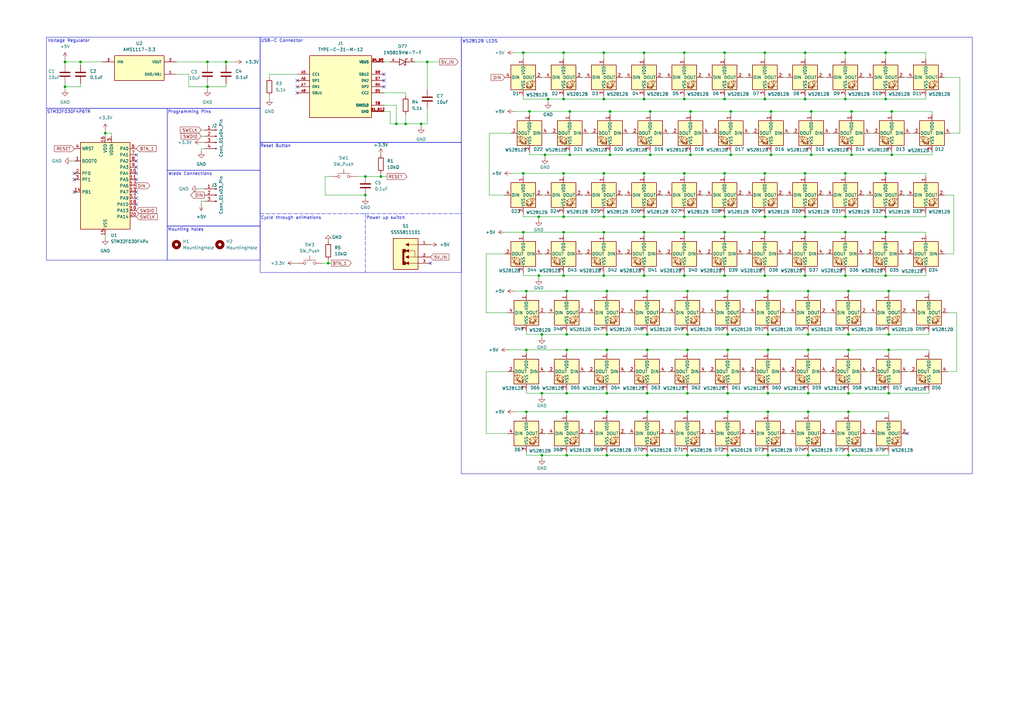
<source format=kicad_sch>
(kicad_sch (version 20231120) (generator "eeschema") (generator_version "8.0")
  (paper "A3")
  (title_block (title "WR Radio led sign") (date "2025-05-23") (rev "3") (company "Dectronics.cc"))
  (junction (at 313.69 113.03))
  (junction (at 297.18 88.9))
  (junction (at 264.16 88.9))
  (junction (at 331.47 143.51))
  (junction (at 363.22 88.9))
  (junction (at 349.25 63.5))
  (junction (at 214.63 21.59))
  (junction (at 232.41 161.29))
  (junction (at 281.94 186.69))
  (junction (at 297.18 71.12))
  (junction (at 314.96 137.16))
  (junction (at 330.2 21.59))
  (junction (at 217.17 45.72))
  (junction (at 232.41 137.16))
  (junction (at 299.72 63.5))
  (junction (at 330.2 40.64))
  (junction (at 365.76 45.72))
  (junction (at 265.43 186.69))
  (junction (at 248.92 168.91))
  (junction (at 224.79 40.64))
  (junction (at 331.47 119.38))
  (junction (at 233.68 45.72))
  (junction (at 223.52 63.5))
  (junction (at 265.43 119.38))
  (junction (at 265.43 143.51))
  (junction (at 250.19 45.72))
  (junction (at 281.94 161.29))
  (junction (at 231.14 21.59))
  (junction (at 266.7 45.72))
  (junction (at 247.65 40.64))
  (junction (at 247.65 71.12))
  (junction (at 346.71 21.59))
  (junction (at 231.14 40.64))
  (junction (at 298.45 161.29))
  (junction (at 280.67 71.12))
  (junction (at 248.92 137.16))
  (junction (at 266.7 63.5))
  (junction (at 149.86 72.39))
  (junction (at 222.25 161.29))
  (junction (at 281.94 168.91))
  (junction (at 250.19 63.5))
  (junction (at 232.41 143.51))
  (junction (at 363.22 40.64))
  (junction (at 346.71 88.9))
  (junction (at 280.67 21.59))
  (junction (at 247.65 21.59))
  (junction (at 134.62 107.95))
  (junction (at 214.63 71.12))
  (junction (at 347.98 168.91))
  (junction (at 222.25 186.69))
  (junction (at 313.69 88.9))
  (junction (at 332.74 63.5))
  (junction (at 316.23 63.5))
  (junction (at 363.22 95.25))
  (junction (at 172.72 50.8))
  (junction (at 175.26 25.4))
  (junction (at 314.96 186.69))
  (junction (at 313.69 95.25))
  (junction (at 281.94 119.38))
  (junction (at 232.41 119.38))
  (junction (at 264.16 40.64))
  (junction (at 247.65 113.03))
  (junction (at 330.2 95.25))
  (junction (at 298.45 143.51))
  (junction (at 214.63 95.25))
  (junction (at 222.25 137.16))
  (junction (at 231.14 88.9))
  (junction (at 297.18 40.64))
  (junction (at 247.65 95.25))
  (junction (at 364.49 119.38))
  (junction (at 347.98 137.16))
  (junction (at 220.98 113.03))
  (junction (at 332.74 45.72))
  (junction (at 156.21 72.39))
  (junction (at 265.43 161.29))
  (junction (at 313.69 71.12))
  (junction (at 299.72 45.72))
  (junction (at 248.92 143.51))
  (junction (at 364.49 137.16))
  (junction (at 220.98 88.9))
  (junction (at 215.9 168.91))
  (junction (at 364.49 143.51))
  (junction (at 247.65 88.9))
  (junction (at 231.14 71.12))
  (junction (at 314.96 143.51))
  (junction (at 314.96 161.29))
  (junction (at 283.21 45.72))
  (junction (at 215.9 143.51))
  (junction (at 280.67 88.9))
  (junction (at 166.37 50.8))
  (junction (at 297.18 95.25))
  (junction (at 331.47 137.16))
  (junction (at 349.25 45.72))
  (junction (at 85.09 25.4))
  (junction (at 331.47 186.69))
  (junction (at 232.41 186.69))
  (junction (at 281.94 137.16))
  (junction (at 298.45 137.16))
  (junction (at 248.92 186.69))
  (junction (at 347.98 186.69))
  (junction (at 346.71 40.64))
  (junction (at 298.45 119.38))
  (junction (at 347.98 119.38))
  (junction (at 330.2 71.12))
  (junction (at 346.71 71.12))
  (junction (at 280.67 113.03))
  (junction (at 264.16 113.03))
  (junction (at 265.43 137.16))
  (junction (at 313.69 40.64))
  (junction (at 346.71 113.03))
  (junction (at 283.21 63.5))
  (junction (at 232.41 168.91))
  (junction (at 281.94 143.51))
  (junction (at 330.2 113.03))
  (junction (at 26.67 25.4))
  (junction (at 347.98 143.51))
  (junction (at 264.16 95.25))
  (junction (at 264.16 21.59))
  (junction (at 297.18 113.03))
  (junction (at 92.71 25.4))
  (junction (at 363.22 21.59))
  (junction (at 280.67 95.25))
  (junction (at 231.14 113.03))
  (junction (at 298.45 186.69))
  (junction (at 85.09 35.56))
  (junction (at 264.16 71.12))
  (junction (at 314.96 168.91))
  (junction (at 26.67 35.56))
  (junction (at 314.96 119.38))
  (junction (at 149.86 80.01))
  (junction (at 298.45 168.91))
  (junction (at 265.43 168.91))
  (junction (at 215.9 119.38))
  (junction (at 364.49 161.29))
  (junction (at 33.02 25.4))
  (junction (at 280.67 40.64))
  (junction (at 248.92 119.38))
  (junction (at 330.2 88.9))
  (junction (at 297.18 21.59))
  (junction (at 316.23 45.72))
  (junction (at 162.56 50.8))
  (junction (at 365.76 63.5))
  (junction (at 363.22 113.03))
  (junction (at 346.71 95.25))
  (junction (at 248.92 161.29))
  (junction (at 43.18 54.61))
  (junction (at 233.68 63.5))
  (junction (at 231.14 95.25))
  (junction (at 313.69 21.59))
  (junction (at 331.47 161.29))
  (junction (at 331.47 168.91))
  (junction (at 363.22 71.12))
  (junction (at 347.98 161.29))
  (no_connect (at 55.88 83.82))
  (no_connect (at 121.92 35.56))
  (no_connect (at 30.48 78.74))
  (no_connect (at 372.11 177.8))
  (no_connect (at 157.48 35.56))
  (no_connect (at 121.92 33.02))
  (no_connect (at 55.88 78.74))
  (no_connect (at 55.88 66.04))
  (no_connect (at 157.48 30.48))
  (no_connect (at 55.88 81.28))
  (no_connect (at 176.53 107.95))
  (no_connect (at 55.88 68.58))
  (no_connect (at 30.48 71.12))
  (no_connect (at 55.88 73.66))
  (no_connect (at 121.92 38.1))
  (no_connect (at 55.88 63.5))
  (no_connect (at 55.88 71.12))
  (no_connect (at 30.48 73.66))
  (no_connect (at 157.48 33.02))
  (wire (pts (xy 247.65 21.59) (xy 247.65 24.13)))
  (wire (pts (xy 321.31 31.75) (xy 322.58 31.75)))
  (wire (pts (xy 349.25 45.72) (xy 349.25 46.99)))
  (wire (pts (xy 209.55 54.61) (xy 200.66 54.61)))
  (wire (pts (xy 82.55 62.23) (xy 82.55 60.96)))
  (wire (pts (xy 271.78 80.01) (xy 273.05 80.01)))
  (wire (pts (xy 223.52 152.4) (xy 224.79 152.4)))
  (wire (pts (xy 215.9 168.91) (xy 232.41 168.91)))
  (wire (pts (xy 265.43 143.51) (xy 265.43 144.78)))
  (wire (pts (xy 81.28 77.47) (xy 83.82 77.47)))
  (wire (pts (xy 247.65 39.37) (xy 247.65 40.64)))
  (wire (pts (xy 199.39 104.14) (xy 207.01 104.14)))
  (wire (pts (xy 314.96 185.42) (xy 314.96 186.69)))
  (wire (pts (xy 172.72 50.8) (xy 175.26 50.8)))
  (wire (pts (xy 248.92 143.51) (xy 248.92 144.78)))
  (wire (pts (xy 240.03 128.27) (xy 241.3 128.27)))
  (wire (pts (xy 248.92 119.38) (xy 265.43 119.38)))
  (wire (pts (xy 265.43 168.91) (xy 265.43 170.18)))
  (wire (pts (xy 26.67 35.56) (xy 26.67 36.83)))
  (wire (pts (xy 248.92 185.42) (xy 248.92 186.69)))
  (wire (pts (xy 231.14 71.12) (xy 247.65 71.12)))
  (wire (pts (xy 297.18 95.25) (xy 313.69 95.25)))
  (wire (pts (xy 92.71 34.29) (xy 92.71 35.56)))
  (wire (pts (xy 29.21 66.04) (xy 30.48 66.04)))
  (wire (pts (xy 132.08 107.95) (xy 134.62 107.95)))
  (wire (pts (xy 379.73 71.12) (xy 379.73 72.39)))
  (wire (pts (xy 222.25 80.01) (xy 223.52 80.01)))
  (wire (pts (xy 264.16 21.59) (xy 280.67 21.59)))
  (wire (pts (xy 83.82 55.88) (xy 82.55 55.88)))
  (wire (pts (xy 274.32 54.61) (xy 275.59 54.61)))
  (wire (pts (xy 264.16 21.59) (xy 264.16 24.13)))
  (wire (pts (xy 214.63 111.76) (xy 214.63 113.03)))
  (wire (pts (xy 166.37 38.1) (xy 166.37 39.37)))
  (wire (pts (xy 166.37 50.8) (xy 162.56 50.8)))
  (wire (pts (xy 363.22 87.63) (xy 363.22 88.9)))
  (wire (pts (xy 313.69 71.12) (xy 330.2 71.12)))
  (wire (pts (xy 248.92 186.69) (xy 265.43 186.69)))
  (wire (pts (xy 231.14 95.25) (xy 231.14 96.52)))
  (wire (pts (xy 372.11 128.27) (xy 373.38 128.27)))
  (wire (pts (xy 248.92 161.29) (xy 265.43 161.29)))
  (wire (pts (xy 215.9 143.51) (xy 215.9 144.78)))
  (wire (pts (xy 363.22 39.37) (xy 363.22 40.64)))
  (wire (pts (xy 363.22 40.64) (xy 379.73 40.64)))
  (wire (pts (xy 241.3 54.61) (xy 242.57 54.61)))
  (wire (pts (xy 297.18 21.59) (xy 297.18 24.13)))
  (wire (pts (xy 207.01 95.25) (xy 214.63 95.25)))
  (wire (pts (xy 346.71 87.63) (xy 346.71 88.9)))
  (wire (pts (xy 387.35 80.01) (xy 391.16 80.01)))
  (wire (pts (xy 393.7 54.61) (xy 389.89 54.61)))
  (wire (pts (xy 330.2 88.9) (xy 346.71 88.9)))
  (wire (pts (xy 330.2 111.76) (xy 330.2 113.03)))
  (wire (pts (xy 232.41 143.51) (xy 232.41 144.78)))
  (wire (pts (xy 222.25 186.69) (xy 232.41 186.69)))
  (wire (pts (xy 255.27 104.14) (xy 256.54 104.14)))
  (wire (pts (xy 313.69 95.25) (xy 313.69 96.52)))
  (wire (pts (xy 133.35 72.39) (xy 133.35 80.01)))
  (wire (pts (xy 280.67 95.25) (xy 280.67 96.52)))
  (wire (pts (xy 332.74 45.72) (xy 349.25 45.72)))
  (wire (pts (xy 223.52 128.27) (xy 224.79 128.27)))
  (wire (pts (xy 280.67 21.59) (xy 280.67 24.13)))
  (wire (pts (xy 337.82 80.01) (xy 339.09 80.01)))
  (wire (pts (xy 271.78 104.14) (xy 273.05 104.14)))
  (wire (pts (xy 223.52 177.8) (xy 224.79 177.8)))
  (wire (pts (xy 364.49 119.38) (xy 381 119.38)))
  (polyline (pts (xy 149.86 87.63) (xy 189.23 87.63)) (stroke (width 0) (type dash)))
  (wire (pts (xy 250.19 45.72) (xy 250.19 46.99)))
  (wire (pts (xy 199.39 128.27) (xy 208.28 128.27)))
  (wire (pts (xy 313.69 71.12) (xy 313.69 72.39)))
  (wire (pts (xy 298.45 168.91) (xy 298.45 170.18)))
  (wire (pts (xy 215.9 160.02) (xy 215.9 161.29)))
  (wire (pts (xy 363.22 95.25) (xy 379.73 95.25)))
  (wire (pts (xy 363.22 71.12) (xy 363.22 72.39)))
  (wire (pts (xy 298.45 119.38) (xy 298.45 120.65)))
  (wire (pts (xy 283.21 62.23) (xy 283.21 63.5)))
  (wire (pts (xy 157.48 43.18) (xy 162.56 43.18)))
  (wire (pts (xy 297.18 95.25) (xy 297.18 96.52)))
  (wire (pts (xy 297.18 113.03) (xy 313.69 113.03)))
  (wire (pts (xy 370.84 31.75) (xy 372.11 31.75)))
  (wire (pts (xy 364.49 160.02) (xy 364.49 161.29)))
  (wire (pts (xy 250.19 63.5) (xy 266.7 63.5)))
  (wire (pts (xy 347.98 119.38) (xy 364.49 119.38)))
  (wire (pts (xy 157.48 38.1) (xy 166.37 38.1)))
  (wire (pts (xy 222.25 137.16) (xy 222.25 138.43)))
  (wire (pts (xy 330.2 39.37) (xy 330.2 40.64)))
  (wire (pts (xy 232.41 186.69) (xy 248.92 186.69)))
  (wire (pts (xy 110.49 31.75) (xy 110.49 30.48)))
  (wire (pts (xy 264.16 71.12) (xy 264.16 72.39)))
  (wire (pts (xy 364.49 161.29) (xy 381 161.29)))
  (wire (pts (xy 232.41 119.38) (xy 232.41 120.65)))
  (wire (pts (xy 214.63 39.37) (xy 214.63 40.64)))
  (wire (pts (xy 45.72 54.61) (xy 43.18 54.61)))
  (wire (pts (xy 298.45 185.42) (xy 298.45 186.69)))
  (wire (pts (xy 323.85 54.61) (xy 325.12 54.61)))
  (wire (pts (xy 223.52 63.5) (xy 233.68 63.5)))
  (wire (pts (xy 281.94 143.51) (xy 298.45 143.51)))
  (wire (pts (xy 214.63 87.63) (xy 214.63 88.9)))
  (wire (pts (xy 391.16 80.01) (xy 391.16 104.14)))
  (wire (pts (xy 175.26 25.4) (xy 175.26 36.83)))
  (wire (pts (xy 265.43 119.38) (xy 281.94 119.38)))
  (wire (pts (xy 340.36 54.61) (xy 341.63 54.61)))
  (wire (pts (xy 347.98 137.16) (xy 364.49 137.16)))
  (wire (pts (xy 331.47 161.29) (xy 347.98 161.29)))
  (polyline (pts (xy 106.68 87.63) (xy 149.86 87.63)) (stroke (width 0) (type dash)))
  (wire (pts (xy 33.02 25.4) (xy 33.02 26.67)))
  (wire (pts (xy 316.23 62.23) (xy 316.23 63.5)))
  (wire (pts (xy 314.96 119.38) (xy 331.47 119.38)))
  (wire (pts (xy 149.86 81.28) (xy 149.86 80.01)))
  (wire (pts (xy 298.45 135.89) (xy 298.45 137.16)))
  (wire (pts (xy 280.67 95.25) (xy 297.18 95.25)))
  (wire (pts (xy 370.84 80.01) (xy 372.11 80.01)))
  (wire (pts (xy 331.47 137.16) (xy 347.98 137.16)))
  (wire (pts (xy 265.43 143.51) (xy 281.94 143.51)))
  (wire (pts (xy 363.22 113.03) (xy 379.73 113.03)))
  (wire (pts (xy 283.21 63.5) (xy 299.72 63.5)))
  (wire (pts (xy 160.02 50.8) (xy 162.56 50.8)))
  (wire (pts (xy 41.91 25.4) (xy 33.02 25.4)))
  (wire (pts (xy 306.07 128.27) (xy 307.34 128.27)))
  (wire (pts (xy 347.98 143.51) (xy 364.49 143.51)))
  (wire (pts (xy 313.69 111.76) (xy 313.69 113.03)))
  (wire (pts (xy 209.55 71.12) (xy 214.63 71.12)))
  (wire (pts (xy 355.6 128.27) (xy 356.87 128.27)))
  (wire (pts (xy 283.21 45.72) (xy 299.72 45.72)))
  (wire (pts (xy 281.94 119.38) (xy 298.45 119.38)))
  (wire (pts (xy 347.98 168.91) (xy 364.49 168.91)))
  (wire (pts (xy 215.9 119.38) (xy 215.9 120.65)))
  (wire (pts (xy 43.18 96.52) (xy 43.18 97.79)))
  (wire (pts (xy 248.92 168.91) (xy 265.43 168.91)))
  (wire (pts (xy 313.69 39.37) (xy 313.69 40.64)))
  (wire (pts (xy 264.16 71.12) (xy 280.67 71.12)))
  (wire (pts (xy 379.73 87.63) (xy 379.73 88.9)))
  (wire (pts (xy 297.18 21.59) (xy 313.69 21.59)))
  (wire (pts (xy 231.14 87.63) (xy 231.14 88.9)))
  (wire (pts (xy 92.71 26.67) (xy 92.71 25.4)))
  (wire (pts (xy 392.43 152.4) (xy 388.62 152.4)))
  (wire (pts (xy 214.63 113.03) (xy 220.98 113.03)))
  (wire (pts (xy 364.49 137.16) (xy 381 137.16)))
  (wire (pts (xy 26.67 24.13) (xy 26.67 25.4)))
  (wire (pts (xy 297.18 87.63) (xy 297.18 88.9)))
  (wire (pts (xy 266.7 45.72) (xy 266.7 46.99)))
  (wire (pts (xy 248.92 160.02) (xy 248.92 161.29)))
  (wire (pts (xy 382.27 45.72) (xy 382.27 46.99)))
  (wire (pts (xy 314.96 186.69) (xy 331.47 186.69)))
  (wire (pts (xy 264.16 95.25) (xy 264.16 96.52)))
  (wire (pts (xy 313.69 95.25) (xy 330.2 95.25)))
  (wire (pts (xy 110.49 39.37) (xy 110.49 40.64)))
  (wire (pts (xy 346.71 39.37) (xy 346.71 40.64)))
  (wire (pts (xy 265.43 186.69) (xy 281.94 186.69)))
  (wire (pts (xy 82.55 60.96) (xy 83.82 60.96)))
  (wire (pts (xy 347.98 186.69) (xy 364.49 186.69)))
  (wire (pts (xy 273.05 177.8) (xy 274.32 177.8)))
  (wire (pts (xy 248.92 143.51) (xy 265.43 143.51)))
  (wire (pts (xy 313.69 21.59) (xy 313.69 24.13)))
  (wire (pts (xy 299.72 62.23) (xy 299.72 63.5)))
  (wire (pts (xy 280.67 88.9) (xy 297.18 88.9)))
  (wire (pts (xy 331.47 185.42) (xy 331.47 186.69)))
  (wire (pts (xy 264.16 40.64) (xy 280.67 40.64)))
  (wire (pts (xy 199.39 152.4) (xy 199.39 177.8)))
  (wire (pts (xy 247.65 40.64) (xy 264.16 40.64)))
  (wire (pts (xy 314.96 168.91) (xy 314.96 170.18)))
  (wire (pts (xy 222.25 137.16) (xy 232.41 137.16)))
  (wire (pts (xy 381 143.51) (xy 381 144.78)))
  (wire (pts (xy 364.49 185.42) (xy 364.49 186.69)))
  (wire (pts (xy 346.71 21.59) (xy 363.22 21.59)))
  (wire (pts (xy 391.16 104.14) (xy 387.35 104.14)))
  (wire (pts (xy 160.02 45.72) (xy 157.48 45.72)))
  (wire (pts (xy 256.54 152.4) (xy 257.81 152.4)))
  (wire (pts (xy 322.58 152.4) (xy 323.85 152.4)))
  (wire (pts (xy 321.31 104.14) (xy 322.58 104.14)))
  (wire (pts (xy 297.18 71.12) (xy 297.18 72.39)))
  (wire (pts (xy 290.83 54.61) (xy 292.1 54.61)))
  (wire (pts (xy 247.65 95.25) (xy 247.65 96.52)))
  (wire (pts (xy 266.7 63.5) (xy 283.21 63.5)))
  (wire (pts (xy 248.92 135.89) (xy 248.92 137.16)))
  (wire (pts (xy 248.92 168.91) (xy 248.92 170.18)))
  (wire (pts (xy 365.76 45.72) (xy 382.27 45.72)))
  (wire (pts (xy 347.98 161.29) (xy 364.49 161.29)))
  (wire (pts (xy 82.55 83.82) (xy 82.55 82.55)))
  (wire (pts (xy 316.23 45.72) (xy 316.23 46.99)))
  (wire (pts (xy 160.02 50.8) (xy 160.02 45.72)))
  (wire (pts (xy 330.2 87.63) (xy 330.2 88.9)))
  (wire (pts (xy 215.9 119.38) (xy 232.41 119.38)))
  (wire (pts (xy 214.63 40.64) (xy 224.79 40.64)))
  (wire (pts (xy 231.14 113.03) (xy 247.65 113.03)))
  (wire (pts (xy 280.67 87.63) (xy 280.67 88.9)))
  (wire (pts (xy 232.41 168.91) (xy 248.92 168.91)))
  (wire (pts (xy 214.63 21.59) (xy 231.14 21.59)))
  (wire (pts (xy 314.96 135.89) (xy 314.96 137.16)))
  (wire (pts (xy 297.18 111.76) (xy 297.18 113.03)))
  (wire (pts (xy 222.25 186.69) (xy 222.25 187.96)))
  (wire (pts (xy 289.56 152.4) (xy 290.83 152.4)))
  (wire (pts (xy 210.82 45.72) (xy 217.17 45.72)))
  (wire (pts (xy 232.41 137.16) (xy 248.92 137.16)))
  (wire (pts (xy 370.84 104.14) (xy 372.11 104.14)))
  (wire (pts (xy 120.65 107.95) (xy 121.92 107.95)))
  (wire (pts (xy 220.98 113.03) (xy 231.14 113.03)))
  (wire (pts (xy 304.8 104.14) (xy 306.07 104.14)))
  (wire (pts (xy 247.65 88.9) (xy 264.16 88.9)))
  (wire (pts (xy 250.19 62.23) (xy 250.19 63.5)))
  (wire (pts (xy 33.02 35.56) (xy 26.67 35.56)))
  (wire (pts (xy 381 160.02) (xy 381 161.29)))
  (wire (pts (xy 316.23 45.72) (xy 332.74 45.72)))
  (wire (pts (xy 299.72 45.72) (xy 299.72 46.99)))
  (wire (pts (xy 298.45 186.69) (xy 314.96 186.69)))
  (wire (pts (xy 346.71 111.76) (xy 346.71 113.03)))
  (wire (pts (xy 364.49 143.51) (xy 381 143.51)))
  (wire (pts (xy 250.19 45.72) (xy 266.7 45.72)))
  (wire (pts (xy 133.35 80.01) (xy 149.86 80.01)))
  (wire (pts (xy 280.67 111.76) (xy 280.67 113.03)))
  (wire (pts (xy 265.43 185.42) (xy 265.43 186.69)))
  (wire (pts (xy 85.09 34.29) (xy 85.09 35.56)))
  (wire (pts (xy 233.68 63.5) (xy 250.19 63.5)))
  (wire (pts (xy 289.56 177.8) (xy 290.83 177.8)))
  (wire (pts (xy 265.43 119.38) (xy 265.43 120.65)))
  (wire (pts (xy 33.02 34.29) (xy 33.02 35.56)))
  (wire (pts (xy 299.72 63.5) (xy 316.23 63.5)))
  (wire (pts (xy 157.48 25.4) (xy 160.02 25.4)))
  (wire (pts (xy 393.7 31.75) (xy 393.7 54.61)))
  (wire (pts (xy 381 135.89) (xy 381 137.16)))
  (wire (pts (xy 379.73 40.64) (xy 379.73 39.37)))
  (wire (pts (xy 220.98 88.9) (xy 231.14 88.9)))
  (wire (pts (xy 379.73 111.76) (xy 379.73 113.03)))
  (wire (pts (xy 43.18 53.34) (xy 43.18 54.61)))
  (wire (pts (xy 331.47 119.38) (xy 331.47 120.65)))
  (wire (pts (xy 331.47 160.02) (xy 331.47 161.29)))
  (wire (pts (xy 299.72 45.72) (xy 316.23 45.72)))
  (wire (pts (xy 280.67 21.59) (xy 297.18 21.59)))
  (wire (pts (xy 199.39 152.4) (xy 208.28 152.4)))
  (wire (pts (xy 313.69 113.03) (xy 330.2 113.03)))
  (wire (pts (xy 288.29 104.14) (xy 289.56 104.14)))
  (wire (pts (xy 247.65 87.63) (xy 247.65 88.9)))
  (wire (pts (xy 215.9 137.16) (xy 222.25 137.16)))
  (wire (pts (xy 231.14 39.37) (xy 231.14 40.64)))
  (wire (pts (xy 247.65 21.59) (xy 264.16 21.59)))
  (wire (pts (xy 346.71 95.25) (xy 363.22 95.25)))
  (wire (pts (xy 170.18 25.4) (xy 175.26 25.4)))
  (wire (pts (xy 83.82 58.42) (xy 82.55 58.42)))
  (wire (pts (xy 45.72 55.88) (xy 45.72 54.61)))
  (wire (pts (xy 210.82 168.91) (xy 215.9 168.91)))
  (wire (pts (xy 214.63 95.25) (xy 214.63 96.52)))
  (wire (pts (xy 322.58 128.27) (xy 323.85 128.27)))
  (wire (pts (xy 280.67 39.37) (xy 280.67 40.64)))
  (wire (pts (xy 314.96 137.16) (xy 331.47 137.16)))
  (wire (pts (xy 264.16 113.03) (xy 280.67 113.03)))
  (wire (pts (xy 372.11 152.4) (xy 373.38 152.4)))
  (wire (pts (xy 217.17 45.72) (xy 233.68 45.72)))
  (wire (pts (xy 214.63 71.12) (xy 231.14 71.12)))
  (wire (pts (xy 288.29 80.01) (xy 289.56 80.01)))
  (wire (pts (xy 256.54 128.27) (xy 257.81 128.27)))
  (wire (pts (xy 347.98 160.02) (xy 347.98 161.29)))
  (wire (pts (xy 208.28 143.51) (xy 215.9 143.51)))
  (wire (pts (xy 289.56 128.27) (xy 290.83 128.27)))
  (wire (pts (xy 354.33 31.75) (xy 355.6 31.75)))
  (wire (pts (xy 232.41 119.38) (xy 248.92 119.38)))
  (wire (pts (xy 280.67 113.03) (xy 297.18 113.03)))
  (wire (pts (xy 392.43 128.27) (xy 392.43 152.4)))
  (wire (pts (xy 215.9 143.51) (xy 232.41 143.51)))
  (wire (pts (xy 199.39 128.27) (xy 199.39 104.14)))
  (wire (pts (xy 322.58 177.8) (xy 323.85 177.8)))
  (wire (pts (xy 330.2 95.25) (xy 346.71 95.25)))
  (wire (pts (xy 265.43 137.16) (xy 281.94 137.16)))
  (wire (pts (xy 346.71 113.03) (xy 363.22 113.03)))
  (wire (pts (xy 330.2 71.12) (xy 330.2 72.39)))
  (wire (pts (xy 347.98 168.91) (xy 347.98 170.18)))
  (wire (pts (xy 231.14 21.59) (xy 231.14 24.13)))
  (wire (pts (xy 214.63 95.25) (xy 231.14 95.25)))
  (wire (pts (xy 266.7 45.72) (xy 283.21 45.72)))
  (wire (pts (xy 347.98 185.42) (xy 347.98 186.69)))
  (wire (pts (xy 92.71 25.4) (xy 96.52 25.4)))
  (wire (pts (xy 332.74 45.72) (xy 332.74 46.99)))
  (wire (pts (xy 381 119.38) (xy 381 120.65)))
  (wire (pts (xy 200.66 80.01) (xy 207.01 80.01)))
  (wire (pts (xy 149.86 72.39) (xy 156.21 72.39)))
  (wire (pts (xy 255.27 80.01) (xy 256.54 80.01)))
  (wire (pts (xy 314.96 168.91) (xy 331.47 168.91)))
  (wire (pts (xy 306.07 152.4) (xy 307.34 152.4)))
  (wire (pts (xy 379.73 21.59) (xy 379.73 24.13)))
  (wire (pts (xy 332.74 62.23) (xy 332.74 63.5)))
  (wire (pts (xy 210.82 119.38) (xy 215.9 119.38)))
  (wire (pts (xy 231.14 88.9) (xy 247.65 88.9)))
  (wire (pts (xy 330.2 21.59) (xy 330.2 24.13)))
  (wire (pts (xy 222.25 104.14) (xy 223.52 104.14)))
  (wire (pts (xy 280.67 71.12) (xy 280.67 72.39)))
  (wire (pts (xy 220.98 113.03) (xy 220.98 114.3)))
  (wire (pts (xy 314.96 143.51) (xy 331.47 143.51)))
  (wire (pts (xy 281.94 160.02) (xy 281.94 161.29)))
  (wire (pts (xy 304.8 80.01) (xy 306.07 80.01)))
  (wire (pts (xy 240.03 152.4) (xy 241.3 152.4)))
  (wire (pts (xy 231.14 111.76) (xy 231.14 113.03)))
  (wire (pts (xy 264.16 111.76) (xy 264.16 113.03)))
  (wire (pts (xy 349.25 62.23) (xy 349.25 63.5)))
  (wire (pts (xy 298.45 143.51) (xy 298.45 144.78)))
  (wire (pts (xy 382.27 62.23) (xy 382.27 63.5)))
  (wire (pts (xy 199.39 177.8) (xy 208.28 177.8)))
  (wire (pts (xy 162.56 43.18) (xy 162.56 50.8)))
  (wire (pts (xy 313.69 88.9) (xy 330.2 88.9)))
  (wire (pts (xy 83.82 53.34) (xy 82.55 53.34)))
  (wire (pts (xy 363.22 95.25) (xy 363.22 96.52)))
  (wire (pts (xy 271.78 31.75) (xy 273.05 31.75)))
  (wire (pts (xy 321.31 80.01) (xy 322.58 80.01)))
  (wire (pts (xy 134.62 107.95) (xy 134.62 106.68)))
  (wire (pts (xy 92.71 25.4) (xy 85.09 25.4)))
  (wire (pts (xy 330.2 95.25) (xy 330.2 96.52)))
  (wire (pts (xy 330.2 71.12) (xy 346.71 71.12)))
  (wire (pts (xy 332.74 63.5) (xy 349.25 63.5)))
  (wire (pts (xy 363.22 111.76) (xy 363.22 113.03)))
  (wire (pts (xy 247.65 71.12) (xy 264.16 71.12)))
  (wire (pts (xy 85.09 36.83) (xy 85.09 35.56)))
  (wire (pts (xy 355.6 177.8) (xy 356.87 177.8)))
  (wire (pts (xy 238.76 80.01) (xy 240.03 80.01)))
  (wire (pts (xy 387.35 31.75) (xy 393.7 31.75)))
  (wire (pts (xy 331.47 168.91) (xy 347.98 168.91)))
  (wire (pts (xy 26.67 34.29) (xy 26.67 35.56)))
  (wire (pts (xy 231.14 71.12) (xy 231.14 72.39)))
  (wire (pts (xy 215.9 161.29) (xy 222.25 161.29)))
  (wire (pts (xy 349.25 45.72) (xy 365.76 45.72)))
  (wire (pts (xy 298.45 119.38) (xy 314.96 119.38)))
  (wire (pts (xy 255.27 31.75) (xy 256.54 31.75)))
  (wire (pts (xy 364.49 119.38) (xy 364.49 120.65)))
  (wire (pts (xy 231.14 21.59) (xy 247.65 21.59)))
  (wire (pts (xy 331.47 135.89) (xy 331.47 137.16)))
  (wire (pts (xy 231.14 40.64) (xy 247.65 40.64)))
  (wire (pts (xy 247.65 111.76) (xy 247.65 113.03)))
  (wire (pts (xy 210.82 21.59) (xy 214.63 21.59)))
  (wire (pts (xy 224.79 40.64) (xy 231.14 40.64)))
  (wire (pts (xy 256.54 177.8) (xy 257.81 177.8)))
  (wire (pts (xy 110.49 30.48) (xy 121.92 30.48)))
  (wire (pts (xy 265.43 161.29) (xy 281.94 161.29)))
  (wire (pts (xy 330.2 40.64) (xy 346.71 40.64)))
  (wire (pts (xy 257.81 54.61) (xy 259.08 54.61)))
  (wire (pts (xy 238.76 31.75) (xy 240.03 31.75)))
  (wire (pts (xy 175.26 44.45) (xy 175.26 50.8)))
  (wire (pts (xy 347.98 135.89) (xy 347.98 137.16)))
  (wire (pts (xy 156.21 71.12) (xy 156.21 72.39)))
  (wire (pts (xy 354.33 104.14) (xy 355.6 104.14)))
  (wire (pts (xy 247.65 95.25) (xy 264.16 95.25)))
  (wire (pts (xy 298.45 168.91) (xy 314.96 168.91)))
  (wire (pts (xy 247.65 71.12) (xy 247.65 72.39)))
  (wire (pts (xy 331.47 143.51) (xy 331.47 144.78)))
  (wire (pts (xy 77.47 35.56) (xy 85.09 35.56)))
  (wire (pts (xy 214.63 88.9) (xy 220.98 88.9)))
  (wire (pts (xy 281.94 168.91) (xy 281.94 170.18)))
  (wire (pts (xy 316.23 63.5) (xy 332.74 63.5)))
  (wire (pts (xy 298.45 143.51) (xy 314.96 143.51)))
  (wire (pts (xy 85.09 25.4) (xy 85.09 26.67)))
  (wire (pts (xy 72.39 30.48) (xy 77.47 30.48)))
  (wire (pts (xy 297.18 88.9) (xy 313.69 88.9)))
  (wire (pts (xy 314.96 161.29) (xy 331.47 161.29)))
  (wire (pts (xy 313.69 21.59) (xy 330.2 21.59)))
  (wire (pts (xy 364.49 143.51) (xy 364.49 144.78)))
  (wire (pts (xy 238.76 104.14) (xy 240.03 104.14)))
  (wire (pts (xy 283.21 45.72) (xy 283.21 46.99)))
  (wire (pts (xy 314.96 143.51) (xy 314.96 144.78)))
  (wire (pts (xy 288.29 31.75) (xy 289.56 31.75)))
  (wire (pts (xy 365.76 63.5) (xy 382.27 63.5)))
  (wire (pts (xy 232.41 143.51) (xy 248.92 143.51)))
  (wire (pts (xy 363.22 71.12) (xy 379.73 71.12)))
  (wire (pts (xy 331.47 119.38) (xy 347.98 119.38)))
  (wire (pts (xy 313.69 40.64) (xy 330.2 40.64)))
  (wire (pts (xy 297.18 39.37) (xy 297.18 40.64)))
  (wire (pts (xy 233.68 45.72) (xy 250.19 45.72)))
  (wire (pts (xy 346.71 40.64) (xy 363.22 40.64)))
  (wire (pts (xy 266.7 62.23) (xy 266.7 63.5)))
  (wire (pts (xy 337.82 31.75) (xy 339.09 31.75)))
  (wire (pts (xy 273.05 128.27) (xy 274.32 128.27)))
  (wire (pts (xy 363.22 21.59) (xy 363.22 24.13)))
  (wire (pts (xy 200.66 54.61) (xy 200.66 80.01)))
  (wire (pts (xy 217.17 45.72) (xy 217.17 46.99)))
  (wire (pts (xy 364.49 168.91) (xy 364.49 170.18)))
  (wire (pts (xy 265.43 160.02) (xy 265.43 161.29)))
  (wire (pts (xy 231.14 95.25) (xy 247.65 95.25)))
  (wire (pts (xy 265.43 135.89) (xy 265.43 137.16)))
  (wire (pts (xy 354.33 80.01) (xy 355.6 80.01)))
  (wire (pts (xy 304.8 31.75) (xy 306.07 31.75)))
  (wire (pts (xy 364.49 135.89) (xy 364.49 137.16)))
  (wire (pts (xy 281.94 161.29) (xy 298.45 161.29)))
  (wire (pts (xy 331.47 143.51) (xy 347.98 143.51)))
  (wire (pts (xy 82.55 82.55) (xy 83.82 82.55)))
  (wire (pts (xy 215.9 185.42) (xy 215.9 186.69)))
  (wire (pts (xy 373.38 54.61) (xy 374.65 54.61)))
  (wire (pts (xy 265.43 168.91) (xy 281.94 168.91)))
  (wire (pts (xy 306.07 177.8) (xy 307.34 177.8)))
  (wire (pts (xy 339.09 177.8) (xy 340.36 177.8)))
  (wire (pts (xy 337.82 104.14) (xy 339.09 104.14)))
  (wire (pts (xy 280.67 71.12) (xy 297.18 71.12)))
  (wire (pts (xy 281.94 119.38) (xy 281.94 120.65)))
  (wire (pts (xy 233.68 45.72) (xy 233.68 46.99)))
  (polyline (pts (xy 149.86 87.63) (xy 149.86 111.76)) (stroke (width 0) (type dash)))
  (wire (pts (xy 346.71 71.12) (xy 363.22 71.12)))
  (wire (pts (xy 215.9 168.91) (xy 215.9 170.18)))
  (wire (pts (xy 224.79 41.91) (xy 224.79 40.64)))
  (wire (pts (xy 346.71 95.25) (xy 346.71 96.52)))
  (wire (pts (xy 232.41 135.89) (xy 232.41 137.16)))
  (wire (pts (xy 339.09 128.27) (xy 340.36 128.27)))
  (wire (pts (xy 240.03 177.8) (xy 241.3 177.8)))
  (wire (pts (xy 297.18 40.64) (xy 313.69 40.64)))
  (wire (pts (xy 233.68 62.23) (xy 233.68 63.5)))
  (wire (pts (xy 346.71 71.12) (xy 346.71 72.39)))
  (wire (pts (xy 280.67 40.64) (xy 297.18 40.64)))
  (wire (pts (xy 349.25 63.5) (xy 365.76 63.5)))
  (wire (pts (xy 281.94 135.89) (xy 281.94 137.16)))
  (wire (pts (xy 214.63 71.12) (xy 214.63 72.39)))
  (wire (pts (xy 214.63 21.59) (xy 214.63 24.13)))
  (wire (pts (xy 273.05 152.4) (xy 274.32 152.4)))
  (wire (pts (xy 247.65 113.03) (xy 264.16 113.03)))
  (wire (pts (xy 248.92 137.16) (xy 265.43 137.16)))
  (wire (pts (xy 331.47 168.91) (xy 331.47 170.18)))
  (wire (pts (xy 222.25 161.29) (xy 222.25 162.56)))
  (wire (pts (xy 314.96 119.38) (xy 314.96 120.65)))
  (wire (pts (xy 222.25 31.75) (xy 223.52 31.75)))
  (wire (pts (xy 264.16 88.9) (xy 280.67 88.9)))
  (wire (pts (xy 281.94 168.91) (xy 298.45 168.91)))
  (wire (pts (xy 313.69 87.63) (xy 313.69 88.9)))
  (wire (pts (xy 146.05 72.39) (xy 149.86 72.39)))
  (wire (pts (xy 232.41 185.42) (xy 232.41 186.69)))
  (wire (pts (xy 215.9 135.89) (xy 215.9 137.16)))
  (wire (pts (xy 217.17 63.5) (xy 223.52 63.5)))
  (wire (pts (xy 298.45 160.02) (xy 298.45 161.29)))
  (wire (pts (xy 365.76 45.72) (xy 365.76 46.99)))
  (wire (pts (xy 134.62 107.95) (xy 135.89 107.95)))
  (wire (pts (xy 26.67 25.4) (xy 26.67 26.67)))
  (wire (pts (xy 220.98 88.9) (xy 220.98 90.17)))
  (wire (pts (xy 365.76 62.23) (xy 365.76 63.5)))
  (wire (pts (xy 172.72 50.8) (xy 172.72 52.07)))
  (wire (pts (xy 346.71 88.9) (xy 363.22 88.9)))
  (wire (pts (xy 298.45 137.16) (xy 314.96 137.16)))
  (wire (pts (xy 232.41 161.29) (xy 248.92 161.29)))
  (wire (pts (xy 330.2 113.03) (xy 346.71 113.03)))
  (wire (pts (xy 224.79 54.61) (xy 226.06 54.61)))
  (wire (pts (xy 77.47 30.48) (xy 77.47 35.56)))
  (wire (pts (xy 215.9 186.69) (xy 222.25 186.69)))
  (wire (pts (xy 281.94 186.69) (xy 298.45 186.69)))
  (wire (pts (xy 85.09 35.56) (xy 92.71 35.56)))
  (wire (pts (xy 355.6 152.4) (xy 356.87 152.4)))
  (wire (pts (xy 172.72 50.8) (xy 166.37 50.8)))
  (wire (pts (xy 72.39 25.4) (xy 85.09 25.4)))
  (wire (pts (xy 248.92 119.38) (xy 248.92 120.65)))
  (wire (pts (xy 307.34 54.61) (xy 308.61 54.61)))
  (wire (pts (xy 217.17 62.23) (xy 217.17 63.5)))
  (wire (pts (xy 388.62 128.27) (xy 392.43 128.27)))
  (wire (pts (xy 281.94 137.16) (xy 298.45 137.16)))
  (wire (pts (xy 133.35 72.39) (xy 135.89 72.39)))
  (wire (pts (xy 347.98 143.51) (xy 347.98 144.78)))
  (wire (pts (xy 33.02 25.4) (xy 26.67 25.4)))
  (wire (pts (xy 232.41 168.91) (xy 232.41 170.18)))
  (wire (pts (xy 379.73 95.25) (xy 379.73 96.52)))
  (wire (pts (xy 223.52 63.5) (xy 223.52 64.77)))
  (wire (pts (xy 281.94 185.42) (xy 281.94 186.69)))
  (wire (pts (xy 264.16 87.63) (xy 264.16 88.9)))
  (wire (pts (xy 363.22 21.59) (xy 379.73 21.59)))
  (wire (pts (xy 297.18 71.12) (xy 313.69 71.12)))
  (wire (pts (xy 264.16 39.37) (xy 264.16 40.64)))
  (wire (pts (xy 232.41 160.02) (xy 232.41 161.29)))
  (wire (pts (xy 339.09 152.4) (xy 340.36 152.4)))
  (wire (pts (xy 314.96 160.02) (xy 314.96 161.29)))
  (wire (pts (xy 156.21 72.39) (xy 158.75 72.39)))
  (wire (pts (xy 346.71 21.59) (xy 346.71 24.13)))
  (wire (pts (xy 166.37 46.99) (xy 166.37 50.8)))
  (wire (pts (xy 175.26 25.4) (xy 180.34 25.4)))
  (wire (pts (xy 331.47 186.69) (xy 347.98 186.69)))
  (wire (pts (xy 356.87 54.61) (xy 358.14 54.61)))
  (wire (pts (xy 264.16 95.25) (xy 280.67 95.25)))
  (wire (pts (xy 363.22 88.9) (xy 379.73 88.9)))
  (wire (pts (xy 222.25 161.29) (xy 232.41 161.29)))
  (wire (pts (xy 330.2 21.59) (xy 346.71 21.59)))
  (wire (pts (xy 298.45 161.29) (xy 314.96 161.29)))
  (wire (pts (xy 347.98 119.38) (xy 347.98 120.65)))
  (wire (pts (xy 43.18 54.61) (xy 43.18 55.88)))
  (wire (pts (xy 281.94 143.51) (xy 281.94 144.78)))
  (rectangle (start 68.58 92.71) (end 106.68 106.68))
  (rectangle (start 189.23 15.24) (end 398.78 194.31))
  (rectangle (start 68.58 44.45) (end 106.68 69.85))
  (rectangle (start 19.05 44.45) (end 68.58 106.68))
  (rectangle (start 19.05 15.24) (end 106.68 44.45))
  (rectangle (start 106.68 15.24) (end 189.23 58.42))
  (rectangle (start 68.58 69.85) (end 106.68 92.71))
  (rectangle (start 106.68 58.42) (end 189.23 111.76))
  (text "Voltage Regulator" (at 28.194 16.764 0) (effects (font (size 1.27 1.27))))
  (text "Wleds Connections" (at 77.978 71.374 0) (effects (font (size 1.27 1.27))))
  (text "Programming Pins" (at 77.724 45.974 0) (effects (font (size 1.27 1.27))))
  (text "USB-C Connector" (at 115.57 16.764 0) (effects (font (size 1.27 1.27))))
  (text "Reset Button" (at 113.03 59.944 0) (effects (font (size 1.27 1.27))))
  (text "Cycle through animations" (at 119.38 89.408 0) (effects (font (size 1.27 1.27))))
  (text "Power up switch" (at 158.242 89.408 0) (effects (font (size 1.27 1.27))))
  (text "WS2812B LEDS" (at 196.85 17.018 0) (effects (font (size 1.27 1.27))))
  (text "Mounting holes\n" (at 76.2 94.234 0) (effects (font (size 1.27 1.27))))
  (text "STM32F030F4P6TR" (at 28.194 45.974 0) (effects (font (size 1.27 1.27))))
  (global_label "RESET" (shape output) (at 158.75 72.39 0) (property "Intersheetrefs" "${INTERSHEET_REFS}" (effects (hide yes))))
  (global_label "SWDIO" (shape input) (at 82.55 55.88 180) (property "Intersheetrefs" "${INTERSHEET_REFS}" (effects (hide yes))))
  (global_label "RESET" (shape input) (at 30.48 60.96 180) (property "Intersheetrefs" "${INTERSHEET_REFS}" (effects (hide yes))))
  (global_label "5V_IN" (shape input) (at 176.53 105.41 0) (property "Intersheetrefs" "${INTERSHEET_REFS}" (effects (hide yes))))
  (global_label "DIN" (shape output) (at 55.88 76.2 0) (property "Intersheetrefs" "${INTERSHEET_REFS}" (effects (hide yes))))
  (global_label "BTN_1" (shape input) (at 55.88 60.96 0) (property "Intersheetrefs" "${INTERSHEET_REFS}" (effects (hide yes))))
  (global_label "DIN" (shape output) (at 83.82 80.01 180) (property "Intersheetrefs" "${INTERSHEET_REFS}" (effects (hide yes))))
  (global_label "SWDIO" (shape input) (at 55.88 86.36 0) (property "Intersheetrefs" "${INTERSHEET_REFS}" (effects (hide yes))))
  (global_label "DIN" (shape input) (at 207.01 31.75 180) (property "Intersheetrefs" "${INTERSHEET_REFS}" (effects (hide yes))))
  (global_label "SWCLK" (shape input) (at 82.55 53.34 180) (property "Intersheetrefs" "${INTERSHEET_REFS}" (effects (hide yes))))
  (global_label "BTN_1" (shape output) (at 135.89 107.95 0) (property "Intersheetrefs" "${INTERSHEET_REFS}" (effects (hide yes))))
  (global_label "5V_IN" (shape output) (at 180.34 25.4 0) (property "Intersheetrefs" "${INTERSHEET_REFS}" (effects (hide yes))))
  (global_label "SWCLK" (shape input) (at 55.88 88.9 0) (property "Intersheetrefs" "${INTERSHEET_REFS}" (effects (hide yes))))
  (symbol (lib_id "power:+5V") (at 208.28 143.51 90) (unit 1)
    (property "Reference" "#PWR09" (effects (hide yes)))
    (property "Value" "+5V" (at 204.47 143.5099 90) (effects (justify left)))
    (property "Description" "Power symbol creates a global label with name \"+5V\"" (effects (hide yes)))
  )
  (symbol (lib_id "LED:WS2812B") (at 330.2 31.75 0) (unit 1)
    (property "Reference" "D8" (at 326.644 38.354 0))
    (property "Value" "WS2812B" (at 335.788 38.608 0))
    (property "Footprint" "LED_SMD:LED_WS2812B_PLCC4_5.0x5.0mm_P3.2mm" (effects (hide yes)))
    (property "Datasheet" "https://cdn-shop.adafruit.com/datasheets/WS2812B.pdf" (effects (hide yes)))
    (property "Description" "RGB LED with integrated controller" (effects (hide yes)))
  )
  (symbol (lib_id "LED:WS2812B") (at 364.49 128.27 0) (unit 1)
    (property "Reference" "D54" (at 360.934 134.874 0))
    (property "Value" "WS2812B" (at 370.078 135.128 0))
    (property "Footprint" "LED_SMD:LED_WS2812B_PLCC4_5.0x5.0mm_P3.2mm" (effects (hide yes)))
    (property "Datasheet" "https://cdn-shop.adafruit.com/datasheets/WS2812B.pdf" (effects (hide yes)))
    (property "Description" "RGB LED with integrated controller" (effects (hide yes)))
  )
  (symbol (lib_id "LED:WS2812B") (at 331.47 128.27 0) (unit 1)
    (property "Reference" "D52" (at 327.914 134.874 0))
    (property "Value" "WS2812B" (at 337.058 135.128 0))
    (property "Footprint" "LED_SMD:LED_WS2812B_PLCC4_5.0x5.0mm_P3.2mm" (effects (hide yes)))
    (property "Datasheet" "https://cdn-shop.adafruit.com/datasheets/WS2812B.pdf" (effects (hide yes)))
    (property "Description" "RGB LED with integrated controller" (effects (hide yes)))
  )
  (symbol (lib_id "LED:WS2812B") (at 265.43 128.27 0) (unit 1)
    (property "Reference" "D48" (at 261.874 134.874 0))
    (property "Value" "WS2812B" (at 271.018 135.128 0))
    (property "Footprint" "LED_SMD:LED_WS2812B_PLCC4_5.0x5.0mm_P3.2mm" (effects (hide yes)))
    (property "Datasheet" "https://cdn-shop.adafruit.com/datasheets/WS2812B.pdf" (effects (hide yes)))
    (property "Description" "RGB LED with integrated controller" (effects (hide yes)))
  )
  (symbol (lib_id "Device:C") (at 149.86 76.2 0) (unit 1)
    (property "Reference" "C5" (at 153.67 74.9299 0) (effects (justify left)))
    (property "Value" "0.1uF" (at 153.67 77.4699 0) (effects (justify left)))
    (property "Footprint" "Capacitor_SMD:C_0805_2012Metric_Pad1.18x1.45mm_HandSolder" (effects (hide yes)))
    (property "Description" "Unpolarized capacitor" (effects (hide yes)))
  )
  (symbol (lib_id "LED:WS2812B") (at 347.98 152.4 0) (mirror y) (unit 1)
    (property "Reference" "D58" (at 351.536 159.004 0))
    (property "Value" "WS2812B" (at 342.392 159.258 0))
    (property "Footprint" "LED_SMD:LED_WS2812B_PLCC4_5.0x5.0mm_P3.2mm" (effects (hide yes)))
    (property "Datasheet" "https://cdn-shop.adafruit.com/datasheets/WS2812B.pdf" (effects (hide yes)))
    (property "Description" "RGB LED with integrated controller" (effects (hide yes)))
  )
  (symbol (lib_id "LED:WS2812B") (at 347.98 128.27 0) (unit 1)
    (property "Reference" "D53" (at 344.424 134.874 0))
    (property "Value" "WS2812B" (at 353.568 135.128 0))
    (property "Footprint" "LED_SMD:LED_WS2812B_PLCC4_5.0x5.0mm_P3.2mm" (effects (hide yes)))
    (property "Datasheet" "https://cdn-shop.adafruit.com/datasheets/WS2812B.pdf" (effects (hide yes)))
    (property "Description" "RGB LED with integrated controller" (effects (hide yes)))
  )
  (symbol (lib_id "LED:WS2812B") (at 346.71 104.14 0) (mirror y) (unit 1)
    (property "Reference" "D36" (at 350.266 110.744 0))
    (property "Value" "WS2812B" (at 341.122 110.998 0))
    (property "Footprint" "LED_SMD:LED_WS2812B_PLCC4_5.0x5.0mm_P3.2mm" (effects (hide yes)))
    (property "Datasheet" "https://cdn-shop.adafruit.com/datasheets/WS2812B.pdf" (effects (hide yes)))
    (property "Description" "RGB LED with integrated controller" (effects (hide yes)))
  )
  (symbol (lib_id "power:+5V") (at 176.53 100.33 270) (unit 1)
    (property "Reference" "#PWR034" (effects (hide yes)))
    (property "Value" "+5V" (at 180.34 100.3299 90) (effects (justify left)))
    (property "Description" "Power symbol creates a global label with name \"+5V\"" (effects (hide yes)))
  )
  (symbol (lib_id "Device:C") (at 92.71 30.48 0) (unit 1)
    (property "Reference" "C4" (at 96.52 29.2099 0) (effects (justify left)))
    (property "Value" "0.1uF" (at 96.52 31.7499 0) (effects (justify left)))
    (property "Footprint" "Capacitor_SMD:C_0805_2012Metric_Pad1.18x1.45mm_HandSolder" (effects (hide yes)))
    (property "Description" "Unpolarized capacitor" (effects (hide yes)))
  )
  (symbol (lib_id "power:GND") (at 29.21 66.04 270) (unit 1)
    (property "Reference" "#PWR023" (effects (hide yes)))
    (property "Value" "GND" (at 25.4 66.0399 90) (effects (justify right)))
    (property "Description" "Power symbol creates a global label with name \"GND\" , ground" (effects (hide yes)))
  )
  (symbol (lib_id "LED:WS2812B") (at 314.96 128.27 0) (unit 1)
    (property "Reference" "D51" (at 311.404 134.874 0))
    (property "Value" "WS2812B" (at 320.548 135.128 0))
    (property "Footprint" "LED_SMD:LED_WS2812B_PLCC4_5.0x5.0mm_P3.2mm" (effects (hide yes)))
    (property "Datasheet" "https://cdn-shop.adafruit.com/datasheets/WS2812B.pdf" (effects (hide yes)))
    (property "Description" "RGB LED with integrated controller" (effects (hide yes)))
  )
  (symbol (lib_id "Connector:Conn_01x04_Pin") (at 88.9 55.88 0) (mirror y) (unit 1)
    (property "Reference" "J2" (at 87.884 51.562 0))
    (property "Value" "Conn_01x04_Pin" (at 90.678 56.642 90))
    (property "Footprint" "Connector_PinHeader_2.54mm:PinHeader_1x04_P2.54mm_Vertical" (effects (hide yes)))
    (property "Description" "Generic connector, single row, 01x04, script generated" (effects (hide yes)))
  )
  (symbol (lib_id "LED:WS2812B") (at 215.9 128.27 0) (unit 1)
    (property "Reference" "D45" (at 212.852 134.874 0))
    (property "Value" "WS2812B" (at 221.488 135.382 0))
    (property "Footprint" "LED_SMD:LED_WS2812B_PLCC4_5.0x5.0mm_P3.2mm" (effects (hide yes)))
    (property "Datasheet" "https://cdn-shop.adafruit.com/datasheets/WS2812B.pdf" (effects (hide yes)))
    (property "Description" "RGB LED with integrated controller" (effects (hide yes)))
  )
  (symbol (lib_id "LED:WS2812B") (at 347.98 177.8 0) (unit 1)
    (property "Reference" "D75" (at 344.424 184.404 0))
    (property "Value" "WS2812B" (at 353.568 184.658 0))
    (property "Footprint" "LED_SMD:LED_WS2812B_PLCC4_5.0x5.0mm_P3.2mm" (effects (hide yes)))
    (property "Datasheet" "https://cdn-shop.adafruit.com/datasheets/WS2812B.pdf" (effects (hide yes)))
    (property "Description" "RGB LED with integrated controller" (effects (hide yes)))
  )
  (symbol (lib_id "LED:WS2812B") (at 214.63 80.01 0) (unit 1)
    (property "Reference" "D23" (at 211.582 86.614 0))
    (property "Value" "WS2812B" (at 220.218 87.122 0))
    (property "Footprint" "LED_SMD:LED_WS2812B_PLCC4_5.0x5.0mm_P3.2mm" (effects (hide yes)))
    (property "Datasheet" "https://cdn-shop.adafruit.com/datasheets/WS2812B.pdf" (effects (hide yes)))
    (property "Description" "RGB LED with integrated controller" (effects (hide yes)))
  )
  (symbol (lib_id "power:GND") (at 85.09 36.83 0) (unit 1)
    (property "Reference" "#PWR017" (effects (hide yes)))
    (property "Value" "GND" (at 85.09 41.91 0))
    (property "Description" "Power symbol creates a global label with name \"GND\" , ground" (effects (hide yes)))
  )
  (symbol (lib_id "Device:C") (at 85.09 30.48 0) (unit 1)
    (property "Reference" "C3" (at 78.232 29.464 0) (effects (justify left)))
    (property "Value" "10uF" (at 77.47 32.004 0) (effects (justify left)))
    (property "Footprint" "Capacitor_SMD:C_0805_2012Metric_Pad1.18x1.45mm_HandSolder" (effects (hide yes)))
    (property "Description" "Unpolarized capacitor" (effects (hide yes)))
  )
  (symbol (lib_id "LED:WS2812B") (at 298.45 128.27 0) (unit 1)
    (property "Reference" "D50" (at 294.894 134.874 0))
    (property "Value" "WS2812B" (at 304.038 135.128 0))
    (property "Footprint" "LED_SMD:LED_WS2812B_PLCC4_5.0x5.0mm_P3.2mm" (effects (hide yes)))
    (property "Datasheet" "https://cdn-shop.adafruit.com/datasheets/WS2812B.pdf" (effects (hide yes)))
    (property "Description" "RGB LED with integrated controller" (effects (hide yes)))
  )
  (symbol (lib_id "LED:WS2812B") (at 379.73 80.01 0) (unit 1)
    (property "Reference" "D33" (at 376.174 86.614 0))
    (property "Value" "WS2812B" (at 385.318 86.868 0))
    (property "Footprint" "LED_SMD:LED_WS2812B_PLCC4_5.0x5.0mm_P3.2mm" (effects (hide yes)))
    (property "Datasheet" "https://cdn-shop.adafruit.com/datasheets/WS2812B.pdf" (effects (hide yes)))
    (property "Description" "RGB LED with integrated controller" (effects (hide yes)))
  )
  (symbol (lib_id "LED:WS2812B") (at 379.73 31.75 0) (unit 1)
    (property "Reference" "D11" (at 376.174 38.354 0))
    (property "Value" "WS2812B" (at 385.318 38.608 0))
    (property "Footprint" "LED_SMD:LED_WS2812B_PLCC4_5.0x5.0mm_P3.2mm" (effects (hide yes)))
    (property "Datasheet" "https://cdn-shop.adafruit.com/datasheets/WS2812B.pdf" (effects (hide yes)))
    (property "Description" "RGB LED with integrated controller" (effects (hide yes)))
  )
  (symbol (lib_id "LED:WS2812B") (at 298.45 177.8 0) (unit 1)
    (property "Reference" "D72" (at 294.894 184.404 0))
    (property "Value" "WS2812B" (at 304.038 184.658 0))
    (property "Footprint" "LED_SMD:LED_WS2812B_PLCC4_5.0x5.0mm_P3.2mm" (effects (hide yes)))
    (property "Datasheet" "https://cdn-shop.adafruit.com/datasheets/WS2812B.pdf" (effects (hide yes)))
    (property "Description" "RGB LED with integrated controller" (effects (hide yes)))
  )
  (symbol (lib_id "MCU_ST_STM32F0:STM32F030F4Px") (at 43.18 76.2 0) (unit 1)
    (property "Reference" "U1" (at 45.3741 96.52 0) (effects (justify left)))
    (property "Value" "STM32F030F4Px" (at 45.3741 99.06 0) (effects (justify left)))
    (property "Footprint" "Package_SO:TSSOP-20_4.4x6.5mm_P0.65mm" (effects (hide yes)))
    (property "Datasheet" "https://www.st.com/resource/en/datasheet/stm32f030f4.pdf" (effects (hide yes)))
    (property "Description" "STMicroelectronics Arm Cortex-M0 MCU, 16KB flash, 4KB RAM, 48 MHz, 2.4-3.6V, 15 GPIO, TSSOP20" (effects (hide yes)))
  )
  (symbol (lib_id "LED:WS2812B") (at 364.49 177.8 0) (unit 1)
    (property "Reference" "D76" (at 360.934 184.404 0))
    (property "Value" "WS2812B" (at 370.078 184.658 0))
    (property "Footprint" "LED_SMD:LED_WS2812B_PLCC4_5.0x5.0mm_P3.2mm" (effects (hide yes)))
    (property "Datasheet" "https://cdn-shop.adafruit.com/datasheets/WS2812B.pdf" (effects (hide yes)))
    (property "Description" "RGB LED with integrated controller" (effects (hide yes)))
  )
  (symbol (lib_id "power:+5V") (at 207.01 95.25 90) (unit 1)
    (property "Reference" "#PWR08" (effects (hide yes)))
    (property "Value" "+5V" (at 203.2 95.2499 90) (effects (justify left)))
    (property "Description" "Power symbol creates a global label with name \"+5V\"" (effects (hide yes)))
  )
  (symbol (lib_id "LED:WS2812B") (at 232.41 152.4 0) (mirror y) (unit 1)
    (property "Reference" "D65" (at 235.966 159.004 0))
    (property "Value" "WS2812B" (at 226.822 159.258 0))
    (property "Footprint" "LED_SMD:LED_WS2812B_PLCC4_5.0x5.0mm_P3.2mm" (effects (hide yes)))
    (property "Datasheet" "https://cdn-shop.adafruit.com/datasheets/WS2812B.pdf" (effects (hide yes)))
    (property "Description" "RGB LED with integrated controller" (effects (hide yes)))
  )
  (symbol (lib_id "LED:WS2812B") (at 281.94 128.27 0) (unit 1)
    (property "Reference" "D49" (at 278.384 134.874 0))
    (property "Value" "WS2812B" (at 287.528 135.128 0))
    (property "Footprint" "LED_SMD:LED_WS2812B_PLCC4_5.0x5.0mm_P3.2mm" (effects (hide yes)))
    (property "Datasheet" "https://cdn-shop.adafruit.com/datasheets/WS2812B.pdf" (effects (hide yes)))
    (property "Description" "RGB LED with integrated controller" (effects (hide yes)))
  )
  (symbol (lib_id "diodeUSBC:1N5819HW-7-F") (at 165.1 25.4 0) (unit 1)
    (property "Reference" "D77" (at 165.1 19.05 0))
    (property "Value" "1N5819HW-7-F" (at 165.1 21.59 0))
    (property "Footprint" "1N5819HW-7-F:SOD3715X145N" (effects (hide yes)))
    (property "MF" "Diodes Inc." (effects (hide yes)))
    (property "Description_1" "\nDiode Schottky 1A 40V SOD123 | Diodes Inc 1N5819HW-7-F\n" (effects (hide yes)))
    (property "Package" "SOD-123 Fairchild Semiconductor" (effects (hide yes)))
    (property "Price" "None" (effects (hide yes)))
    (property "Check_prices" "https://www.snapeda.com/parts/1N5819HW-7-F/Diodes+Inc./view-part/?ref=eda" (effects (hide yes)))
    (property "STANDARD" "IPC-7351B" (effects (hide yes)))
    (property "PARTREV" "18-2" (effects (hide yes)))
    (property "SnapEDA_Link" "https://www.snapeda.com/parts/1N5819HW-7-F/Diodes+Inc./view-part/?ref=snap" (effects (hide yes)))
    (property "MP" "1N5819HW-7-F" (effects (hide yes)))
    (property "Purchase-URL" "https://www.snapeda.com/api/url_track_click_mouser/?unipart_id=42272&manufacturer=Diodes Inc.&part_name=1N5819HW-7-F&search_term=1n5819hw-7-f" (effects (hide yes)))
    (property "Availability" "In Stock" (effects (hide yes)))
    (property "MANUFACTURER" "Diodes Inc." (effects (hide yes)))
  )
  (symbol (lib_id "LED:WS2812B") (at 365.76 54.61 0) (mirror y) (unit 1)
    (property "Reference" "D13" (at 369.316 61.214 0))
    (property "Value" "WS2812B" (at 360.172 61.468 0))
    (property "Footprint" "LED_SMD:LED_WS2812B_PLCC4_5.0x5.0mm_P3.2mm" (effects (hide yes)))
    (property "Datasheet" "https://cdn-shop.adafruit.com/datasheets/WS2812B.pdf" (effects (hide yes)))
    (property "Description" "RGB LED with integrated controller" (effects (hide yes)))
  )
  (symbol (lib_id "LED:WS2812B") (at 247.65 80.01 0) (unit 1)
    (property "Reference" "D25" (at 244.094 86.614 0))
    (property "Value" "WS2812B" (at 253.238 86.868 0))
    (property "Footprint" "LED_SMD:LED_WS2812B_PLCC4_5.0x5.0mm_P3.2mm" (effects (hide yes)))
    (property "Datasheet" "https://cdn-shop.adafruit.com/datasheets/WS2812B.pdf" (effects (hide yes)))
    (property "Description" "RGB LED with integrated controller" (effects (hide yes)))
  )
  (symbol (lib_id "LED:WS2812B") (at 217.17 54.61 0) (mirror y) (unit 1)
    (property "Reference" "D22" (at 220.726 61.214 0))
    (property "Value" "WS2812B" (at 211.582 61.468 0))
    (property "Footprint" "LED_SMD:LED_WS2812B_PLCC4_5.0x5.0mm_P3.2mm" (effects (hide yes)))
    (property "Datasheet" "https://cdn-shop.adafruit.com/datasheets/WS2812B.pdf" (effects (hide yes)))
    (property "Description" "RGB LED with integrated controller" (effects (hide yes)))
  )
  (symbol (lib_id "Device:C") (at 26.67 30.48 0) (unit 1)
    (property "Reference" "C1" (at 19.812 29.21 0) (effects (justify left)))
    (property "Value" "10uF" (at 19.812 31.75 0) (effects (justify left)))
    (property "Footprint" "Capacitor_SMD:C_0805_2012Metric_Pad1.18x1.45mm_HandSolder" (effects (hide yes)))
    (property "Description" "Unpolarized capacitor" (effects (hide yes)))
  )
  (symbol (lib_id "power:+5V") (at 209.55 71.12 90) (unit 1)
    (property "Reference" "#PWR05" (effects (hide yes)))
    (property "Value" "+5V" (at 205.74 71.1199 90) (effects (justify left)))
    (property "Description" "Power symbol creates a global label with name \"+5V\"" (effects (hide yes)))
  )
  (symbol (lib_id "LED:WS2812B") (at 379.73 104.14 0) (mirror y) (unit 1)
    (property "Reference" "D34" (at 382.778 110.744 0))
    (property "Value" "WS2812B" (at 374.142 111.252 0))
    (property "Footprint" "LED_SMD:LED_WS2812B_PLCC4_5.0x5.0mm_P3.2mm" (effects (hide yes)))
    (property "Datasheet" "https://cdn-shop.adafruit.com/datasheets/WS2812B.pdf" (effects (hide yes)))
    (property "Description" "RGB LED with integrated controller" (effects (hide yes)))
  )
  (symbol (lib_id "LED:WS2812B") (at 232.41 177.8 0) (unit 1)
    (property "Reference" "D68" (at 228.854 184.404 0))
    (property "Value" "WS2812B" (at 237.998 184.658 0))
    (property "Footprint" "LED_SMD:LED_WS2812B_PLCC4_5.0x5.0mm_P3.2mm" (effects (hide yes)))
    (property "Datasheet" "https://cdn-shop.adafruit.com/datasheets/WS2812B.pdf" (effects (hide yes)))
    (property "Description" "RGB LED with integrated controller" (effects (hide yes)))
  )
  (symbol (lib_id "power:GND") (at 222.25 162.56 0) (unit 1)
    (property "Reference" "#PWR012" (effects (hide yes)))
    (property "Value" "GND" (at 222.25 166.37 0))
    (property "Description" "Power symbol creates a global label with name \"GND\" , ground" (effects (hide yes)))
  )
  (symbol (lib_id "power:GND") (at 224.79 41.91 0) (unit 1)
    (property "Reference" "#PWR01" (effects (hide yes)))
    (property "Value" "GND" (at 224.79 46.99 0))
    (property "Description" "Power symbol creates a global label with name \"GND\" , ground" (effects (hide yes)))
  )
  (symbol (lib_id "LED:WS2812B") (at 313.69 31.75 0) (unit 1)
    (property "Reference" "D7" (at 310.134 38.354 0))
    (property "Value" "WS2812B" (at 319.278 38.608 0))
    (property "Footprint" "LED_SMD:LED_WS2812B_PLCC4_5.0x5.0mm_P3.2mm" (effects (hide yes)))
    (property "Datasheet" "https://cdn-shop.adafruit.com/datasheets/WS2812B.pdf" (effects (hide yes)))
    (property "Description" "RGB LED with integrated controller" (effects (hide yes)))
  )
  (symbol (lib_id "power:GND") (at 223.52 64.77 0) (unit 1)
    (property "Reference" "#PWR02" (effects (hide yes)))
    (property "Value" "GND" (at 223.52 68.58 0))
    (property "Description" "Power symbol creates a global label with name \"GND\" , ground" (effects (hide yes)))
  )
  (symbol (lib_id "LED:WS2812B") (at 264.16 104.14 0) (mirror y) (unit 1)
    (property "Reference" "D41" (at 267.716 110.744 0))
    (property "Value" "WS2812B" (at 258.572 110.998 0))
    (property "Footprint" "LED_SMD:LED_WS2812B_PLCC4_5.0x5.0mm_P3.2mm" (effects (hide yes)))
    (property "Datasheet" "https://cdn-shop.adafruit.com/datasheets/WS2812B.pdf" (effects (hide yes)))
    (property "Description" "RGB LED with integrated controller" (effects (hide yes)))
  )
  (symbol (lib_id "power:+3.3V") (at 156.21 63.5 0) (unit 1)
    (property "Reference" "#PWR022" (effects (hide yes)))
    (property "Value" "+3.3V" (at 156.21 59.436 0))
    (property "Description" "Power symbol creates a global label with name \"+3.3V\"" (effects (hide yes)))
  )
  (symbol (lib_id "LED:WS2812B") (at 231.14 104.14 0) (mirror y) (unit 1)
    (property "Reference" "D43" (at 234.696 110.744 0))
    (property "Value" "WS2812B" (at 225.552 110.998 0))
    (property "Footprint" "LED_SMD:LED_WS2812B_PLCC4_5.0x5.0mm_P3.2mm" (effects (hide yes)))
    (property "Datasheet" "https://cdn-shop.adafruit.com/datasheets/WS2812B.pdf" (effects (hide yes)))
    (property "Description" "RGB LED with integrated controller" (effects (hide yes)))
  )
  (symbol (lib_id "LED:WS2812B") (at 331.47 177.8 0) (unit 1)
    (property "Reference" "D74" (at 327.914 184.404 0))
    (property "Value" "WS2812B" (at 337.058 184.658 0))
    (property "Footprint" "LED_SMD:LED_WS2812B_PLCC4_5.0x5.0mm_P3.2mm" (effects (hide yes)))
    (property "Datasheet" "https://cdn-shop.adafruit.com/datasheets/WS2812B.pdf" (effects (hide yes)))
    (property "Description" "RGB LED with integrated controller" (effects (hide yes)))
  )
  (symbol (lib_id "LED:WS2812B") (at 297.18 80.01 0) (unit 1)
    (property "Reference" "D28" (at 293.624 86.614 0))
    (property "Value" "WS2812B" (at 302.768 86.868 0))
    (property "Footprint" "LED_SMD:LED_WS2812B_PLCC4_5.0x5.0mm_P3.2mm" (effects (hide yes)))
    (property "Datasheet" "https://cdn-shop.adafruit.com/datasheets/WS2812B.pdf" (effects (hide yes)))
    (property "Description" "RGB LED with integrated controller" (effects (hide yes)))
  )
  (symbol (lib_id "LED:WS2812B") (at 297.18 104.14 0) (mirror y) (unit 1)
    (property "Reference" "D39" (at 300.736 110.744 0))
    (property "Value" "WS2812B" (at 291.592 110.998 0))
    (property "Footprint" "LED_SMD:LED_WS2812B_PLCC4_5.0x5.0mm_P3.2mm" (effects (hide yes)))
    (property "Datasheet" "https://cdn-shop.adafruit.com/datasheets/WS2812B.pdf" (effects (hide yes)))
    (property "Description" "RGB LED with integrated controller" (effects (hide yes)))
  )
  (symbol (lib_id "AMS:AMS1117-3.3") (at 57.15 27.94 0) (unit 1)
    (property "Reference" "U2" (at 57.15 17.78 0))
    (property "Value" "AMS1117-3.3" (at 57.15 20.32 0))
    (property "Footprint" "AMS1117-3.3:SOT229P700X180-4N" (effects (hide yes)))
    (property "MF" "Advanced Monolithic Systems" (effects (hide yes)))
    (property "MAXIMUM_PACKAGE_HEIGHT" "1.8 mm" (effects (hide yes)))
    (property "Package" "SOT-223 Seeed Technology" (effects (hide yes)))
    (property "Price" "None" (effects (hide yes)))
    (property "Check_prices" "https://www.snapeda.com/parts/AMS1117-3.3/Advanced+Monolithic+Systems/view-part/?ref=eda" (effects (hide yes)))
    (property "STANDARD" "IPC 7351B" (effects (hide yes)))
    (property "PARTREV" "N/A" (effects (hide yes)))
    (property "SnapEDA_Link" "https://www.snapeda.com/parts/AMS1117-3.3/Advanced+Monolithic+Systems/view-part/?ref=snap" (effects (hide yes)))
    (property "SNAPEDA_PACKAGE_ID" "71280" (effects (hide yes)))
    (property "MP" "AMS1117-3.3" (effects (hide yes)))
    (property "Description_1" "\nSot223/Pkg 1-Amp 3.3-Volt Low Drop Out Voltage Regulatator\n" (effects (hide yes)))
    (property "MANUFACTURER" "Advanced Monolithic Systems" (effects (hide yes)))
    (property "Availability" "Not in stock" (effects (hide yes)))
    (property "SNAPEDA_PN" "AMS1117-3.3" (effects (hide yes)))
  )
  (symbol (lib_id "LED:WS2812B") (at 265.43 177.8 0) (unit 1)
    (property "Reference" "D70" (at 261.874 184.404 0))
    (property "Value" "WS2812B" (at 271.018 184.658 0))
    (property "Footprint" "LED_SMD:LED_WS2812B_PLCC4_5.0x5.0mm_P3.2mm" (effects (hide yes)))
    (property "Datasheet" "https://cdn-shop.adafruit.com/datasheets/WS2812B.pdf" (effects (hide yes)))
    (property "Description" "RGB LED with integrated controller" (effects (hide yes)))
  )
  (symbol (lib_id "Cutom:TYPE-C-31-M-12") (at 139.7 35.56 0) (unit 1)
    (property "Reference" "J1" (at 139.7 17.78 0))
    (property "Value" "TYPE-C-31-M-12" (at 139.7 20.32 0))
    (property "Footprint" "TYPE-C-31-M-12 (1):HRO_TYPE-C-31-M-12" (effects (hide yes)))
    (property "MF" "HRO Electronics Co., Ltd." (effects (hide yes)))
    (property "MAXIMUM_PACKAGE_HEIGHT" "3.26 mm" (effects (hide yes)))
    (property "Package" "Package" (effects (hide yes)))
    (property "Price" "None" (effects (hide yes)))
    (property "Check_prices" "https://www.snapeda.com/parts/TYPE-C-31-M-12/HRO+Electronics+Co.%252C+Ltd./view-part/?ref=eda" (effects (hide yes)))
    (property "STANDARD" "Manufacturer Recommendations" (effects (hide yes)))
    (property "PARTREV" "2020.12.08" (effects (hide yes)))
    (property "SnapEDA_Link" "https://www.snapeda.com/parts/TYPE-C-31-M-12/HRO+Electronics+Co.%252C+Ltd./view-part/?ref=snap" (effects (hide yes)))
    (property "MP" "TYPE-C-31-M-12" (effects (hide yes)))
    (property "Description_1" "\nUSB Connectors 24 Receptacle 1 8.94*7.3mm RoHS\n" (effects (hide yes)))
    (property "SNAPEDA_PN" "TYPE-C-31-M-12" (effects (hide yes)))
    (property "Availability" "Not in stock" (effects (hide yes)))
    (property "MANUFACTURER" "HRO Electronics Co., Ltd." (effects (hide yes)))
  )
  (symbol (lib_id "LED:WS2812B") (at 266.7 54.61 0) (mirror y) (unit 1)
    (property "Reference" "D19" (at 270.256 61.214 0))
    (property "Value" "WS2812B" (at 261.112 61.468 0))
    (property "Footprint" "LED_SMD:LED_WS2812B_PLCC4_5.0x5.0mm_P3.2mm" (effects (hide yes)))
    (property "Datasheet" "https://cdn-shop.adafruit.com/datasheets/WS2812B.pdf" (effects (hide yes)))
    (property "Description" "RGB LED with integrated controller" (effects (hide yes)))
  )
  (symbol (lib_id "power:GND") (at 81.28 77.47 270) (unit 1)
    (property "Reference" "#PWR030" (effects (hide yes)))
    (property "Value" "GND" (at 77.47 77.4699 90) (effects (justify right)))
    (property "Description" "Power symbol creates a global label with name \"GND\" , ground" (effects (hide yes)))
  )
  (symbol (lib_id "power:+5V") (at 26.67 24.13 0) (unit 1)
    (property "Reference" "#PWR013" (effects (hide yes)))
    (property "Value" "+5V" (at 26.67 19.05 0))
    (property "Description" "Power symbol creates a global label with name \"+5V\"" (effects (hide yes)))
  )
  (symbol (lib_id "Device:R") (at 110.49 35.56 0) (unit 1)
    (property "Reference" "R3" (at 113.03 34.2899 0) (effects (justify left)))
    (property "Value" "5.1k" (at 113.03 36.8299 0) (effects (justify left)))
    (property "Footprint" "Resistor_SMD:R_0805_2012Metric_Pad1.20x1.40mm_HandSolder" (effects (hide yes)))
    (property "Description" "Resistor" (effects (hide yes)))
  )
  (symbol (lib_id "LED:WS2812B") (at 281.94 152.4 0) (mirror y) (unit 1)
    (property "Reference" "D62" (at 285.496 159.004 0))
    (property "Value" "WS2812B" (at 276.352 159.258 0))
    (property "Footprint" "LED_SMD:LED_WS2812B_PLCC4_5.0x5.0mm_P3.2mm" (effects (hide yes)))
    (property "Datasheet" "https://cdn-shop.adafruit.com/datasheets/WS2812B.pdf" (effects (hide yes)))
    (property "Description" "RGB LED with integrated controller" (effects (hide yes)))
  )
  (symbol (lib_id "LED:WS2812B") (at 248.92 128.27 0) (unit 1)
    (property "Reference" "D47" (at 245.364 134.874 0))
    (property "Value" "WS2812B" (at 254.508 135.128 0))
    (property "Footprint" "LED_SMD:LED_WS2812B_PLCC4_5.0x5.0mm_P3.2mm" (effects (hide yes)))
    (property "Datasheet" "https://cdn-shop.adafruit.com/datasheets/WS2812B.pdf" (effects (hide yes)))
    (property "Description" "RGB LED with integrated controller" (effects (hide yes)))
  )
  (symbol (lib_id "LED:WS2812B") (at 233.68 54.61 0) (mirror y) (unit 1)
    (property "Reference" "D21" (at 237.236 61.214 0))
    (property "Value" "WS2812B" (at 228.092 61.468 0))
    (property "Footprint" "LED_SMD:LED_WS2812B_PLCC4_5.0x5.0mm_P3.2mm" (effects (hide yes)))
    (property "Datasheet" "https://cdn-shop.adafruit.com/datasheets/WS2812B.pdf" (effects (hide yes)))
    (property "Description" "RGB LED with integrated controller" (effects (hide yes)))
  )
  (symbol (lib_id "LED:WS2812B") (at 215.9 152.4 0) (mirror y) (unit 1)
    (property "Reference" "D66" (at 219.456 159.004 0))
    (property "Value" "WS2812B" (at 210.312 159.258 0))
    (property "Footprint" "LED_SMD:LED_WS2812B_PLCC4_5.0x5.0mm_P3.2mm" (effects (hide yes)))
    (property "Datasheet" "https://cdn-shop.adafruit.com/datasheets/WS2812B.pdf" (effects (hide yes)))
    (property "Description" "RGB LED with integrated controller" (effects (hide yes)))
  )
  (symbol (lib_id "LED:WS2812B") (at 214.63 31.75 0) (unit 1)
    (property "Reference" "D1" (at 211.582 38.354 0))
    (property "Value" "WS2812B" (at 220.218 38.862 0))
    (property "Footprint" "LED_SMD:LED_WS2812B_PLCC4_5.0x5.0mm_P3.2mm" (effects (hide yes)))
    (property "Datasheet" "https://cdn-shop.adafruit.com/datasheets/WS2812B.pdf" (effects (hide yes)))
    (property "Description" "RGB LED with integrated controller" (effects (hide yes)))
  )
  (symbol (lib_id "LED:WS2812B") (at 316.23 54.61 0) (mirror y) (unit 1)
    (property "Reference" "D16" (at 319.786 61.214 0))
    (property "Value" "WS2812B" (at 310.642 61.468 0))
    (property "Footprint" "LED_SMD:LED_WS2812B_PLCC4_5.0x5.0mm_P3.2mm" (effects (hide yes)))
    (property "Datasheet" "https://cdn-shop.adafruit.com/datasheets/WS2812B.pdf" (effects (hide yes)))
    (property "Description" "RGB LED with integrated controller" (effects (hide yes)))
  )
  (symbol (lib_id "Connector:Conn_01x03_Pin") (at 88.9 80.01 0) (mirror y) (unit 1)
    (property "Reference" "J3" (at 86.614 75.946 0) (effects (justify right)))
    (property "Value" "Conn_01x03_Pin" (at 90.678 72.136 90) (effects (justify right)))
    (property "Footprint" "Connector_PinHeader_2.54mm:PinHeader_1x03_P2.54mm_Vertical" (effects (hide yes)))
    (property "Description" "Generic connector, single row, 01x03, script generated" (effects (hide yes)))
  )
  (symbol (lib_id "LED:WS2812B") (at 281.94 177.8 0) (unit 1)
    (property "Reference" "D71" (at 278.384 184.404 0))
    (property "Value" "WS2812B" (at 287.528 184.658 0))
    (property "Footprint" "LED_SMD:LED_WS2812B_PLCC4_5.0x5.0mm_P3.2mm" (effects (hide yes)))
    (property "Datasheet" "https://cdn-shop.adafruit.com/datasheets/WS2812B.pdf" (effects (hide yes)))
    (property "Description" "RGB LED with integrated controller" (effects (hide yes)))
  )
  (symbol (lib_id "SSSS811101:SSSS811101") (at 166.37 102.87 0) (unit 1)
    (property "Reference" "S1" (at 166.37 92.71 0))
    (property "Value" "SSSS811101" (at 166.37 95.25 0))
    (property "Footprint" "switch-Horizontal:SW_SSSS811101" (effects (hide yes)))
    (property "MF" "ALPS" (effects (hide yes)))
    (property "MAXIMUM_PACKAGE_HEIGHT" "1.60 mm" (effects (hide yes)))
    (property "Package" "None" (effects (hide yes)))
    (property "Price" "None" (effects (hide yes)))
    (property "Check_prices" "https://www.snapeda.com/parts/SSSS811101/ALPS/view-part/?ref=eda" (effects (hide yes)))
    (property "STANDARD" "Manufacturer Recommendations" (effects (hide yes)))
    (property "PARTREV" "N/A" (effects (hide yes)))
    (property "SnapEDA_Link" "https://www.snapeda.com/parts/SSSS811101/ALPS/view-part/?ref=snap" (effects (hide yes)))
    (property "MP" "SSSS811101" (effects (hide yes)))
    (property "Description_1" "\n                        \n                            Switch Slide SP Side Slide 0.3A 5VDC 10000Cycles Gull Wing SMD T/R\n                        \n" (effects (hide yes)))
    (property "Availability" "In Stock" (effects (hide yes)))
    (property "MANUFACTURER" "ALPS" (effects (hide yes)))
  )
  (symbol (lib_id "LED:WS2812B") (at 280.67 80.01 0) (unit 1)
    (property "Reference" "D27" (at 277.114 86.614 0))
    (property "Value" "WS2812B" (at 286.258 86.868 0))
    (property "Footprint" "LED_SMD:LED_WS2812B_PLCC4_5.0x5.0mm_P3.2mm" (effects (hide yes)))
    (property "Datasheet" "https://cdn-shop.adafruit.com/datasheets/WS2812B.pdf" (effects (hide yes)))
    (property "Description" "RGB LED with integrated controller" (effects (hide yes)))
  )
  (symbol (lib_id "LED:WS2812B") (at 248.92 177.8 0) (unit 1)
    (property "Reference" "D69" (at 245.364 184.404 0))
    (property "Value" "WS2812B" (at 254.508 184.658 0))
    (property "Footprint" "LED_SMD:LED_WS2812B_PLCC4_5.0x5.0mm_P3.2mm" (effects (hide yes)))
    (property "Datasheet" "https://cdn-shop.adafruit.com/datasheets/WS2812B.pdf" (effects (hide yes)))
    (property "Description" "RGB LED with integrated controller" (effects (hide yes)))
  )
  (symbol (lib_id "Mechanical:MountingHole") (at 72.39 100.33 0) (unit 1)
    (property "Reference" "H1" (at 74.93 99.0599 0) (effects (justify left)))
    (property "Value" "MountingHole" (at 74.93 101.5999 0) (effects (justify left)))
    (property "Footprint" "MountingHole:MountingHole_3.2mm_M3" (effects (hide yes)))
    (property "Description" "Mounting Hole without connection" (effects (hide yes)))
  )
  (symbol (lib_id "LED:WS2812B") (at 264.16 31.75 0) (unit 1)
    (property "Reference" "D4" (at 260.604 38.354 0))
    (property "Value" "WS2812B" (at 269.748 38.608 0))
    (property "Footprint" "LED_SMD:LED_WS2812B_PLCC4_5.0x5.0mm_P3.2mm" (effects (hide yes)))
    (property "Datasheet" "https://cdn-shop.adafruit.com/datasheets/WS2812B.pdf" (effects (hide yes)))
    (property "Description" "RGB LED with integrated controller" (effects (hide yes)))
  )
  (symbol (lib_id "power:GND") (at 220.98 90.17 0) (unit 1)
    (property "Reference" "#PWR06" (effects (hide yes)))
    (property "Value" "GND" (at 220.98 94.234 0))
    (property "Description" "Power symbol creates a global label with name \"GND\" , ground" (effects (hide yes)))
  )
  (symbol (lib_id "LED:WS2812B") (at 231.14 31.75 0) (unit 1)
    (property "Reference" "D2" (at 227.584 38.354 0))
    (property "Value" "WS2812B" (at 236.728 38.608 0))
    (property "Footprint" "LED_SMD:LED_WS2812B_PLCC4_5.0x5.0mm_P3.2mm" (effects (hide yes)))
    (property "Datasheet" "https://cdn-shop.adafruit.com/datasheets/WS2812B.pdf" (effects (hide yes)))
    (property "Description" "RGB LED with integrated controller" (effects (hide yes)))
  )
  (symbol (lib_id "power:+3.3V") (at 82.55 58.42 90) (unit 1)
    (property "Reference" "#PWR028" (effects (hide yes)))
    (property "Value" "+3.3V" (at 78.74 58.4199 90) (effects (justify left)))
    (property "Description" "Power symbol creates a global label with name \"+3.3V\"" (effects (hide yes)))
  )
  (symbol (lib_id "LED:WS2812B") (at 299.72 54.61 0) (mirror y) (unit 1)
    (property "Reference" "D17" (at 303.276 61.214 0))
    (property "Value" "WS2812B" (at 294.132 61.468 0))
    (property "Footprint" "LED_SMD:LED_WS2812B_PLCC4_5.0x5.0mm_P3.2mm" (effects (hide yes)))
    (property "Datasheet" "https://cdn-shop.adafruit.com/datasheets/WS2812B.pdf" (effects (hide yes)))
    (property "Description" "RGB LED with integrated controller" (effects (hide yes)))
  )
  (symbol (lib_id "LED:WS2812B") (at 232.41 128.27 0) (unit 1)
    (property "Reference" "D46" (at 228.854 134.874 0))
    (property "Value" "WS2812B" (at 237.998 135.128 0))
    (property "Footprint" "LED_SMD:LED_WS2812B_PLCC4_5.0x5.0mm_P3.2mm" (effects (hide yes)))
    (property "Datasheet" "https://cdn-shop.adafruit.com/datasheets/WS2812B.pdf" (effects (hide yes)))
    (property "Description" "RGB LED with integrated controller" (effects (hide yes)))
  )
  (symbol (lib_id "LED:WS2812B") (at 363.22 31.75 0) (unit 1)
    (property "Reference" "D10" (at 359.664 38.354 0))
    (property "Value" "WS2812B" (at 368.808 38.608 0))
    (property "Footprint" "LED_SMD:LED_WS2812B_PLCC4_5.0x5.0mm_P3.2mm" (effects (hide yes)))
    (property "Datasheet" "https://cdn-shop.adafruit.com/datasheets/WS2812B.pdf" (effects (hide yes)))
    (property "Description" "RGB LED with integrated controller" (effects (hide yes)))
  )
  (symbol (lib_id "LED:WS2812B") (at 330.2 104.14 0) (mirror y) (unit 1)
    (property "Reference" "D37" (at 333.756 110.744 0))
    (property "Value" "WS2812B" (at 324.612 110.998 0))
    (property "Footprint" "LED_SMD:LED_WS2812B_PLCC4_5.0x5.0mm_P3.2mm" (effects (hide yes)))
    (property "Datasheet" "https://cdn-shop.adafruit.com/datasheets/WS2812B.pdf" (effects (hide yes)))
    (property "Description" "RGB LED with integrated controller" (effects (hide yes)))
  )
  (symbol (lib_id "power:+3.3V") (at 120.65 107.95 90) (unit 1)
    (property "Reference" "#PWR032" (effects (hide yes)))
    (property "Value" "+3.3V" (at 116.84 107.9499 90) (effects (justify left)))
    (property "Description" "Power symbol creates a global label with name \"+3.3V\"" (effects (hide yes)))
  )
  (symbol (lib_id "LED:WS2812B") (at 382.27 54.61 0) (mirror y) (unit 1)
    (property "Reference" "D12" (at 385.318 61.214 0))
    (property "Value" "WS2812B" (at 376.682 61.722 0))
    (property "Footprint" "LED_SMD:LED_WS2812B_PLCC4_5.0x5.0mm_P3.2mm" (effects (hide yes)))
    (property "Datasheet" "https://cdn-shop.adafruit.com/datasheets/WS2812B.pdf" (effects (hide yes)))
    (property "Description" "RGB LED with integrated controller" (effects (hide yes)))
  )
  (symbol (lib_id "LED:WS2812B") (at 280.67 31.75 0) (unit 1)
    (property "Reference" "D5" (at 277.114 38.354 0))
    (property "Value" "WS2812B" (at 286.258 38.608 0))
    (property "Footprint" "LED_SMD:LED_WS2812B_PLCC4_5.0x5.0mm_P3.2mm" (effects (hide yes)))
    (property "Datasheet" "https://cdn-shop.adafruit.com/datasheets/WS2812B.pdf" (effects (hide yes)))
    (property "Description" "RGB LED with integrated controller" (effects (hide yes)))
  )
  (symbol (lib_id "LED:WS2812B") (at 247.65 31.75 0) (unit 1)
    (property "Reference" "D3" (at 244.094 38.354 0))
    (property "Value" "WS2812B" (at 253.238 38.608 0))
    (property "Footprint" "LED_SMD:LED_WS2812B_PLCC4_5.0x5.0mm_P3.2mm" (effects (hide yes)))
    (property "Datasheet" "https://cdn-shop.adafruit.com/datasheets/WS2812B.pdf" (effects (hide yes)))
    (property "Description" "RGB LED with integrated controller" (effects (hide yes)))
  )
  (symbol (lib_id "LED:WS2812B") (at 314.96 177.8 0) (unit 1)
    (property "Reference" "D73" (at 311.404 184.404 0))
    (property "Value" "WS2812B" (at 320.548 184.658 0))
    (property "Footprint" "LED_SMD:LED_WS2812B_PLCC4_5.0x5.0mm_P3.2mm" (effects (hide yes)))
    (property "Datasheet" "https://cdn-shop.adafruit.com/datasheets/WS2812B.pdf" (effects (hide yes)))
    (property "Description" "RGB LED with integrated controller" (effects (hide yes)))
  )
  (symbol (lib_id "power:+5V") (at 210.82 168.91 90) (unit 1)
    (property "Reference" "#PWR014" (effects (hide yes)))
    (property "Value" "+5V" (at 207.01 168.9099 90) (effects (justify left)))
    (property "Description" "Power symbol creates a global label with name \"+5V\"" (effects (hide yes)))
  )
  (symbol (lib_id "Switch:SW_Push") (at 140.97 72.39 0) (unit 1)
    (property "Reference" "SW1" (at 140.97 64.77 0))
    (property "Value" "SW_Push" (at 140.97 67.31 0))
    (property "Footprint" "Button_Switch_SMD:SW_SPST_FSMSM" (effects (hide yes)))
    (property "Description" "Push button switch, generic, two pins" (effects (hide yes)))
  )
  (symbol (lib_id "LED:WS2812B") (at 346.71 80.01 0) (unit 1)
    (property "Reference" "D31" (at 343.154 86.614 0))
    (property "Value" "WS2812B" (at 352.298 86.868 0))
    (property "Footprint" "LED_SMD:LED_WS2812B_PLCC4_5.0x5.0mm_P3.2mm" (effects (hide yes)))
    (property "Datasheet" "https://cdn-shop.adafruit.com/datasheets/WS2812B.pdf" (effects (hide yes)))
    (property "Description" "RGB LED with integrated controller" (effects (hide yes)))
  )
  (symbol (lib_id "LED:WS2812B") (at 364.49 152.4 0) (mirror y) (unit 1)
    (property "Reference" "D57" (at 368.046 159.004 0))
    (property "Value" "WS2812B" (at 358.902 159.258 0))
    (property "Footprint" "LED_SMD:LED_WS2812B_PLCC4_5.0x5.0mm_P3.2mm" (effects (hide yes)))
    (property "Datasheet" "https://cdn-shop.adafruit.com/datasheets/WS2812B.pdf" (effects (hide yes)))
    (property "Description" "RGB LED with integrated controller" (effects (hide yes)))
  )
  (symbol (lib_id "Device:R") (at 166.37 43.18 0) (unit 1)
    (property "Reference" "R4" (at 168.91 41.9099 0) (effects (justify left)))
    (property "Value" "5.1k" (at 168.91 44.4499 0) (effects (justify left)))
    (property "Footprint" "Resistor_SMD:R_0805_2012Metric_Pad1.20x1.40mm_HandSolder" (effects (hide yes)))
    (property "Description" "Resistor" (effects (hide yes)))
  )
  (symbol (lib_id "LED:WS2812B") (at 248.92 152.4 0) (mirror y) (unit 1)
    (property "Reference" "D64" (at 252.476 159.004 0))
    (property "Value" "WS2812B" (at 243.332 159.258 0))
    (property "Footprint" "LED_SMD:LED_WS2812B_PLCC4_5.0x5.0mm_P3.2mm" (effects (hide yes)))
    (property "Datasheet" "https://cdn-shop.adafruit.com/datasheets/WS2812B.pdf" (effects (hide yes)))
    (property "Description" "RGB LED with integrated controller" (effects (hide yes)))
  )
  (symbol (lib_id "LED:WS2812B") (at 297.18 31.75 0) (unit 1)
    (property "Reference" "D6" (at 293.624 38.354 0))
    (property "Value" "WS2812B" (at 302.768 38.608 0))
    (property "Footprint" "LED_SMD:LED_WS2812B_PLCC4_5.0x5.0mm_P3.2mm" (effects (hide yes)))
    (property "Datasheet" "https://cdn-shop.adafruit.com/datasheets/WS2812B.pdf" (effects (hide yes)))
    (property "Description" "RGB LED with integrated controller" (effects (hide yes)))
  )
  (symbol (lib_id "LED:WS2812B") (at 381 128.27 0) (unit 1)
    (property "Reference" "D55" (at 377.444 134.874 0))
    (property "Value" "WS2812B" (at 386.588 135.128 0))
    (property "Footprint" "LED_SMD:LED_WS2812B_PLCC4_5.0x5.0mm_P3.2mm" (effects (hide yes)))
    (property "Datasheet" "https://cdn-shop.adafruit.com/datasheets/WS2812B.pdf" (effects (hide yes)))
    (property "Description" "RGB LED with integrated controller" (effects (hide yes)))
  )
  (symbol (lib_id "power:GND") (at 43.18 97.79 0) (unit 1)
    (property "Reference" "#PWR020" (effects (hide yes)))
    (property "Value" "GND" (at 43.18 102.87 0))
    (property "Description" "Power symbol creates a global label with name \"GND\" , ground" (effects (hide yes)))
  )
  (symbol (lib_id "power:+5V") (at 210.82 119.38 90) (unit 1)
    (property "Reference" "#PWR010" (effects (hide yes)))
    (property "Value" "+5V" (at 207.01 119.3799 90) (effects (justify left)))
    (property "Description" "Power symbol creates a global label with name \"+5V\"" (effects (hide yes)))
  )
  (symbol (lib_id "power:GND") (at 134.62 99.06 180) (unit 1)
    (property "Reference" "#PWR033" (effects (hide yes)))
    (property "Value" "GND" (at 138.176 97.282 0))
    (property "Description" "Power symbol creates a global label with name \"GND\" , ground" (effects (hide yes)))
  )
  (symbol (lib_id "Switch:SW_Push") (at 127 107.95 0) (unit 1)
    (property "Reference" "SW3" (at 127 100.33 0))
    (property "Value" "SW_Push" (at 127 102.87 0))
    (property "Footprint" "Button_Switch_SMD:Panasonic_EVQPUJ_EVQPUA" (effects (hide yes)))
    (property "Description" "Push button switch, generic, two pins" (effects (hide yes)))
  )
  (symbol (lib_id "LED:WS2812B") (at 214.63 104.14 0) (mirror y) (unit 1)
    (property "Reference" "D44" (at 218.186 110.744 0))
    (property "Value" "WS2812B" (at 209.042 110.998 0))
    (property "Footprint" "LED_SMD:LED_WS2812B_PLCC4_5.0x5.0mm_P3.2mm" (effects (hide yes)))
    (property "Datasheet" "https://cdn-shop.adafruit.com/datasheets/WS2812B.pdf" (effects (hide yes)))
    (property "Description" "RGB LED with integrated controller" (effects (hide yes)))
  )
  (symbol (lib_id "Device:C") (at 33.02 30.48 0) (unit 1)
    (property "Reference" "C2" (at 36.83 29.2099 0) (effects (justify left)))
    (property "Value" "0.1uF" (at 36.83 31.7499 0) (effects (justify left)))
    (property "Footprint" "Capacitor_SMD:C_0805_2012Metric_Pad1.18x1.45mm_HandSolder" (effects (hide yes)))
    (property "Description" "Unpolarized capacitor" (effects (hide yes)))
  )
  (symbol (lib_id "LED:WS2812B") (at 332.74 54.61 0) (mirror y) (unit 1)
    (property "Reference" "D15" (at 336.296 61.214 0))
    (property "Value" "WS2812B" (at 327.152 61.468 0))
    (property "Footprint" "LED_SMD:LED_WS2812B_PLCC4_5.0x5.0mm_P3.2mm" (effects (hide yes)))
    (property "Datasheet" "https://cdn-shop.adafruit.com/datasheets/WS2812B.pdf" (effects (hide yes)))
    (property "Description" "RGB LED with integrated controller" (effects (hide yes)))
  )
  (symbol (lib_id "power:+5V") (at 210.82 45.72 90) (unit 1)
    (property "Reference" "#PWR03" (effects (hide yes)))
    (property "Value" "+5V" (at 207.01 45.7199 90) (effects (justify left)))
    (property "Description" "Power symbol creates a global label with name \"+5V\"" (effects (hide yes)))
  )
  (symbol (lib_id "LED:WS2812B") (at 231.14 80.01 0) (unit 1)
    (property "Reference" "D24" (at 227.584 86.614 0))
    (property "Value" "WS2812B" (at 236.728 86.868 0))
    (property "Footprint" "LED_SMD:LED_WS2812B_PLCC4_5.0x5.0mm_P3.2mm" (effects (hide yes)))
    (property "Datasheet" "https://cdn-shop.adafruit.com/datasheets/WS2812B.pdf" (effects (hide yes)))
    (property "Description" "RGB LED with integrated controller" (effects (hide yes)))
  )
  (symbol (lib_id "LED:WS2812B") (at 331.47 152.4 0) (mirror y) (unit 1)
    (property "Reference" "D59" (at 335.026 159.004 0))
    (property "Value" "WS2812B" (at 325.882 159.258 0))
    (property "Footprint" "LED_SMD:LED_WS2812B_PLCC4_5.0x5.0mm_P3.2mm" (effects (hide yes)))
    (property "Datasheet" "https://cdn-shop.adafruit.com/datasheets/WS2812B.pdf" (effects (hide yes)))
    (property "Description" "RGB LED with integrated controller" (effects (hide yes)))
  )
  (symbol (lib_id "power:GND") (at 82.55 62.23 0) (unit 1)
    (property "Reference" "#PWR029" (effects (hide yes)))
    (property "Value" "GND" (at 82.55 67.31 0))
    (property "Description" "Power symbol creates a global label with name \"GND\" , ground" (effects (hide yes)))
  )
  (symbol (lib_id "power:GND") (at 220.98 114.3 0) (unit 1)
    (property "Reference" "#PWR07" (effects (hide yes)))
    (property "Value" "GND" (at 220.98 118.11 0))
    (property "Description" "Power symbol creates a global label with name \"GND\" , ground" (effects (hide yes)))
  )
  (symbol (lib_id "LED:WS2812B") (at 349.25 54.61 0) (mirror y) (unit 1)
    (property "Reference" "D14" (at 352.806 61.214 0))
    (property "Value" "WS2812B" (at 343.662 61.468 0))
    (property "Footprint" "LED_SMD:LED_WS2812B_PLCC4_5.0x5.0mm_P3.2mm" (effects (hide yes)))
    (property "Datasheet" "https://cdn-shop.adafruit.com/datasheets/WS2812B.pdf" (effects (hide yes)))
    (property "Description" "RGB LED with integrated controller" (effects (hide yes)))
  )
  (symbol (lib_id "LED:WS2812B") (at 363.22 104.14 0) (mirror y) (unit 1)
    (property "Reference" "D35" (at 366.776 110.744 0))
    (property "Value" "WS2812B" (at 357.632 110.998 0))
    (property "Footprint" "LED_SMD:LED_WS2812B_PLCC4_5.0x5.0mm_P3.2mm" (effects (hide yes)))
    (property "Datasheet" "https://cdn-shop.adafruit.com/datasheets/WS2812B.pdf" (effects (hide yes)))
    (property "Description" "RGB LED with integrated controller" (effects (hide yes)))
  )
  (symbol (lib_id "LED:WS2812B") (at 265.43 152.4 0) (mirror y) (unit 1)
    (property "Reference" "D63" (at 268.986 159.004 0))
    (property "Value" "WS2812B" (at 259.842 159.258 0))
    (property "Footprint" "LED_SMD:LED_WS2812B_PLCC4_5.0x5.0mm_P3.2mm" (effects (hide yes)))
    (property "Datasheet" "https://cdn-shop.adafruit.com/datasheets/WS2812B.pdf" (effects (hide yes)))
    (property "Description" "RGB LED with integrated controller" (effects (hide yes)))
  )
  (symbol (lib_id "Device:C") (at 175.26 40.64 0) (unit 1)
    (property "Reference" "C7" (at 179.07 39.3699 0) (effects (justify left)))
    (property "Value" "10uF" (at 179.07 41.9099 0) (effects (justify left)))
    (property "Footprint" "Capacitor_SMD:C_0805_2012Metric_Pad1.18x1.45mm_HandSolder" (effects (hide yes)))
    (property "Description" "Unpolarized capacitor" (effects (hide yes)))
  )
  (symbol (lib_id "LED:WS2812B") (at 313.69 80.01 0) (unit 1)
    (property "Reference" "D29" (at 310.134 86.614 0))
    (property "Value" "WS2812B" (at 319.278 86.868 0))
    (property "Footprint" "LED_SMD:LED_WS2812B_PLCC4_5.0x5.0mm_P3.2mm" (effects (hide yes)))
    (property "Datasheet" "https://cdn-shop.adafruit.com/datasheets/WS2812B.pdf" (effects (hide yes)))
    (property "Description" "RGB LED with integrated controller" (effects (hide yes)))
  )
  (symbol (lib_id "LED:WS2812B") (at 314.96 152.4 0) (mirror y) (unit 1)
    (property "Reference" "D60" (at 318.516 159.004 0))
    (property "Value" "WS2812B" (at 309.372 159.258 0))
    (property "Footprint" "LED_SMD:LED_WS2812B_PLCC4_5.0x5.0mm_P3.2mm" (effects (hide yes)))
    (property "Datasheet" "https://cdn-shop.adafruit.com/datasheets/WS2812B.pdf" (effects (hide yes)))
    (property "Description" "RGB LED with integrated controller" (effects (hide yes)))
  )
  (symbol (lib_id "Device:R") (at 156.21 67.31 0) (unit 1)
    (property "Reference" "R1" (at 158.75 66.0399 0) (effects (justify left)))
    (property "Value" "10kΩ" (at 158.75 68.5799 0) (effects (justify left)))
    (property "Footprint" "Resistor_SMD:R_0805_2012Metric_Pad1.20x1.40mm_HandSolder" (effects (hide yes)))
    (property "Description" "Resistor" (effects (hide yes)))
  )
  (symbol (lib_id "power:+3.3V") (at 43.18 53.34 0) (unit 1)
    (property "Reference" "#PWR019" (effects (hide yes)))
    (property "Value" "+3.3V" (at 43.18 48.26 0))
    (property "Description" "Power symbol creates a global label with name \"+3.3V\"" (effects (hide yes)))
  )
  (symbol (lib_id "LED:WS2812B") (at 298.45 152.4 0) (mirror y) (unit 1)
    (property "Reference" "D61" (at 302.006 159.004 0))
    (property "Value" "WS2812B" (at 292.862 159.258 0))
    (property "Footprint" "LED_SMD:LED_WS2812B_PLCC4_5.0x5.0mm_P3.2mm" (effects (hide yes)))
    (property "Datasheet" "https://cdn-shop.adafruit.com/datasheets/WS2812B.pdf" (effects (hide yes)))
    (property "Description" "RGB LED with integrated controller" (effects (hide yes)))
  )
  (symbol (lib_id "power:GND") (at 222.25 187.96 0) (unit 1)
    (property "Reference" "#PWR015" (effects (hide yes)))
    (property "Value" "GND" (at 222.25 192.024 0))
    (property "Description" "Power symbol creates a global label with name \"GND\" , ground" (effects (hide yes)))
  )
  (symbol (lib_id "Device:R") (at 134.62 102.87 180) (unit 1)
    (property "Reference" "R5" (at 137.16 101.5999 0) (effects (justify right)))
    (property "Value" "10kΩ" (at 137.16 104.1399 0) (effects (justify right)))
    (property "Footprint" "Resistor_SMD:R_0805_2012Metric_Pad1.20x1.40mm_HandSolder" (effects (hide yes)))
    (property "Description" "Resistor" (effects (hide yes)))
  )
  (symbol (lib_id "power:+5V") (at 210.82 21.59 90) (unit 1)
    (property "Reference" "#PWR04" (effects (hide yes)))
    (property "Value" "+5V" (at 207.01 21.5899 90) (effects (justify left)))
    (property "Description" "Power symbol creates a global label with name \"+5V\"" (effects (hide yes)))
  )
  (symbol (lib_id "power:GND") (at 110.49 40.64 0) (unit 1)
    (property "Reference" "#PWR025" (effects (hide yes)))
    (property "Value" "GND" (at 110.49 45.72 0))
    (property "Description" "Power symbol creates a global label with name \"GND\" , ground" (effects (hide yes)))
  )
  (symbol (lib_id "power:GND") (at 222.25 138.43 0) (unit 1)
    (property "Reference" "#PWR011" (effects (hide yes)))
    (property "Value" "GND" (at 222.25 142.494 0))
    (property "Description" "Power symbol creates a global label with name \"GND\" , ground" (effects (hide yes)))
  )
  (symbol (lib_id "LED:WS2812B") (at 313.69 104.14 0) (mirror y) (unit 1)
    (property "Reference" "D38" (at 317.246 110.744 0))
    (property "Value" "WS2812B" (at 308.102 110.998 0))
    (property "Footprint" "LED_SMD:LED_WS2812B_PLCC4_5.0x5.0mm_P3.2mm" (effects (hide yes)))
    (property "Datasheet" "https://cdn-shop.adafruit.com/datasheets/WS2812B.pdf" (effects (hide yes)))
    (property "Description" "RGB LED with integrated controller" (effects (hide yes)))
  )
  (symbol (lib_id "LED:WS2812B") (at 264.16 80.01 0) (unit 1)
    (property "Reference" "D26" (at 260.604 86.614 0))
    (property "Value" "WS2812B" (at 269.748 86.868 0))
    (property "Footprint" "LED_SMD:LED_WS2812B_PLCC4_5.0x5.0mm_P3.2mm" (effects (hide yes)))
    (property "Datasheet" "https://cdn-shop.adafruit.com/datasheets/WS2812B.pdf" (effects (hide yes)))
    (property "Description" "RGB LED with integrated controller" (effects (hide yes)))
  )
  (symbol (lib_id "LED:WS2812B") (at 381 152.4 0) (mirror y) (unit 1)
    (property "Reference" "D56" (at 384.048 159.004 0))
    (property "Value" "WS2812B" (at 375.412 159.512 0))
    (property "Footprint" "LED_SMD:LED_WS2812B_PLCC4_5.0x5.0mm_P3.2mm" (effects (hide yes)))
    (property "Datasheet" "https://cdn-shop.adafruit.com/datasheets/WS2812B.pdf" (effects (hide yes)))
    (property "Description" "RGB LED with integrated controller" (effects (hide yes)))
  )
  (symbol (lib_id "LED:WS2812B") (at 283.21 54.61 0) (mirror y) (unit 1)
    (property "Reference" "D18" (at 286.766 61.214 0))
    (property "Value" "WS2812B" (at 277.622 61.468 0))
    (property "Footprint" "LED_SMD:LED_WS2812B_PLCC4_5.0x5.0mm_P3.2mm" (effects (hide yes)))
    (property "Datasheet" "https://cdn-shop.adafruit.com/datasheets/WS2812B.pdf" (effects (hide yes)))
    (property "Description" "RGB LED with integrated controller" (effects (hide yes)))
  )
  (symbol (lib_id "LED:WS2812B") (at 346.71 31.75 0) (unit 1)
    (property "Reference" "D9" (at 343.154 38.354 0))
    (property "Value" "WS2812B" (at 352.298 38.608 0))
    (property "Footprint" "LED_SMD:LED_WS2812B_PLCC4_5.0x5.0mm_P3.2mm" (effects (hide yes)))
    (property "Datasheet" "https://cdn-shop.adafruit.com/datasheets/WS2812B.pdf" (effects (hide yes)))
    (property "Description" "RGB LED with integrated controller" (effects (hide yes)))
  )
  (symbol (lib_id "power:+3.3V") (at 96.52 25.4 270) (unit 1)
    (property "Reference" "#PWR018" (effects (hide yes)))
    (property "Value" "+3.3V" (at 100.33 25.3999 90) (effects (justify left)))
    (property "Description" "Power symbol creates a global label with name \"+3.3V\"" (effects (hide yes)))
  )
  (symbol (lib_id "LED:WS2812B") (at 330.2 80.01 0) (unit 1)
    (property "Reference" "D30" (at 326.644 86.614 0))
    (property "Value" "WS2812B" (at 335.788 86.868 0))
    (property "Footprint" "LED_SMD:LED_WS2812B_PLCC4_5.0x5.0mm_P3.2mm" (effects (hide yes)))
    (property "Datasheet" "https://cdn-shop.adafruit.com/datasheets/WS2812B.pdf" (effects (hide yes)))
    (property "Description" "RGB LED with integrated controller" (effects (hide yes)))
  )
  (symbol (lib_id "LED:WS2812B") (at 363.22 80.01 0) (unit 1)
    (property "Reference" "D32" (at 359.664 86.614 0))
    (property "Value" "WS2812B" (at 368.808 86.868 0))
    (property "Footprint" "LED_SMD:LED_WS2812B_PLCC4_5.0x5.0mm_P3.2mm" (effects (hide yes)))
    (property "Datasheet" "https://cdn-shop.adafruit.com/datasheets/WS2812B.pdf" (effects (hide yes)))
    (property "Description" "RGB LED with integrated controller" (effects (hide yes)))
  )
  (symbol (lib_id "LED:WS2812B") (at 247.65 104.14 0) (mirror y) (unit 1)
    (property "Reference" "D42" (at 251.206 110.744 0))
    (property "Value" "WS2812B" (at 242.062 110.998 0))
    (property "Footprint" "LED_SMD:LED_WS2812B_PLCC4_5.0x5.0mm_P3.2mm" (effects (hide yes)))
    (property "Datasheet" "https://cdn-shop.adafruit.com/datasheets/WS2812B.pdf" (effects (hide yes)))
    (property "Description" "RGB LED with integrated controller" (effects (hide yes)))
  )
  (symbol (lib_id "Mechanical:MountingHole") (at 90.17 100.33 0) (unit 1)
    (property "Reference" "H2" (at 92.71 99.0599 0) (effects (justify left)))
    (property "Value" "MountingHole" (at 92.71 101.5999 0) (effects (justify left)))
    (property "Footprint" "MountingHole:MountingHole_3.2mm_M3" (effects (hide yes)))
    (property "Description" "Mounting Hole without connection" (effects (hide yes)))
  )
  (symbol (lib_id "power:+5V") (at 82.55 83.82 180) (unit 1)
    (property "Reference" "#PWR031" (effects (hide yes)))
    (property "Value" "+5V" (at 82.55 88.9 0))
    (property "Description" "Power symbol creates a global label with name \"+5V\"" (effects (hide yes)))
  )
  (symbol (lib_id "LED:WS2812B") (at 280.67 104.14 0) (mirror y) (unit 1)
    (property "Reference" "D40" (at 284.226 110.744 0))
    (property "Value" "WS2812B" (at 275.082 110.998 0))
    (property "Footprint" "LED_SMD:LED_WS2812B_PLCC4_5.0x5.0mm_P3.2mm" (effects (hide yes)))
    (property "Datasheet" "https://cdn-shop.adafruit.com/datasheets/WS2812B.pdf" (effects (hide yes)))
    (property "Description" "RGB LED with integrated controller" (effects (hide yes)))
  )
  (symbol (lib_id "power:GND") (at 149.86 81.28 0) (unit 1)
    (property "Reference" "#PWR021" (effects (hide yes)))
    (property "Value" "GND" (at 149.86 85.09 0))
    (property "Description" "Power symbol creates a global label with name \"GND\" , ground" (effects (hide yes)))
  )
  (symbol (lib_id "power:GND") (at 26.67 36.83 0) (unit 1)
    (property "Reference" "#PWR016" (effects (hide yes)))
    (property "Value" "GND" (at 26.67 41.91 0))
    (property "Description" "Power symbol creates a global label with name \"GND\" , ground" (effects (hide yes)))
  )
  (symbol (lib_id "LED:WS2812B") (at 215.9 177.8 0) (unit 1)
    (property "Reference" "D67" (at 212.852 184.404 0))
    (property "Value" "WS2812B" (at 221.488 184.912 0))
    (property "Footprint" "LED_SMD:LED_WS2812B_PLCC4_5.0x5.0mm_P3.2mm" (effects (hide yes)))
    (property "Datasheet" "https://cdn-shop.adafruit.com/datasheets/WS2812B.pdf" (effects (hide yes)))
    (property "Description" "RGB LED with integrated controller" (effects (hide yes)))
  )
  (symbol (lib_id "power:GND") (at 172.72 52.07 0) (unit 1)
    (property "Reference" "#PWR026" (effects (hide yes)))
    (property "Value" "GND" (at 172.72 57.15 0))
    (property "Description" "Power symbol creates a global label with name \"GND\" , ground" (effects (hide yes)))
  )
  (symbol (lib_id "LED:WS2812B") (at 250.19 54.61 0) (mirror y) (unit 1)
    (property "Reference" "D20" (at 253.746 61.214 0))
    (property "Value" "WS2812B" (at 244.602 61.468 0))
    (property "Footprint" "LED_SMD:LED_WS2812B_PLCC4_5.0x5.0mm_P3.2mm" (effects (hide yes)))
    (property "Datasheet" "https://cdn-shop.adafruit.com/datasheets/WS2812B.pdf" (effects (hide yes)))
    (property "Description" "RGB LED with integrated controller" (effects (hide yes)))
  )
)
</source>
